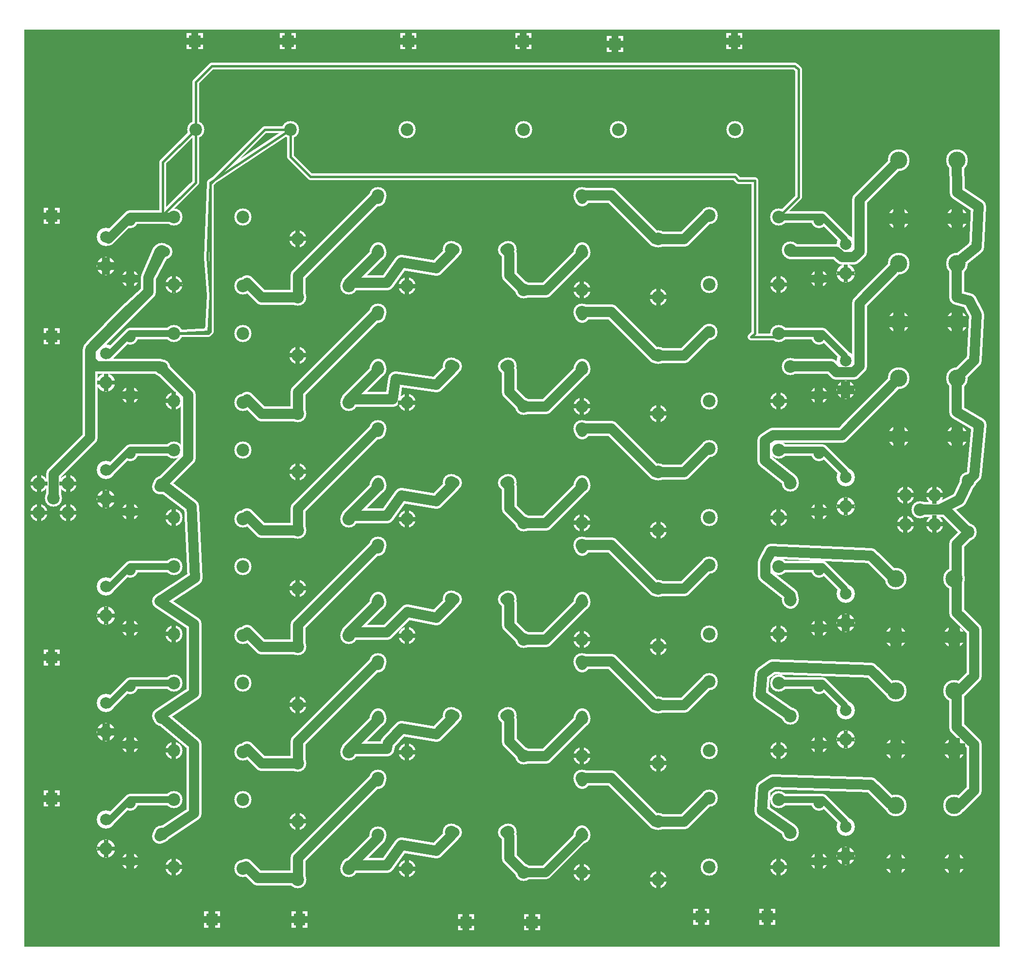
<source format=gbr>
%FSLAX34Y34*%
%MOMM*%
%LNCOPPER_BOTTOM*%
G71*
G01*
%ADD10C,3.000*%
%ADD11C,3.000*%
%ADD12C,2.900*%
%ADD13C,3.200*%
%ADD14C,2.700*%
%ADD15C,2.800*%
%ADD16C,2.900*%
%ADD17C,3.000*%
%ADD18C,3.000*%
%ADD19C,2.400*%
%ADD20C,2.600*%
%ADD21C,2.000*%
%ADD22C,1.200*%
%ADD23C,3.800*%
%ADD24C,0.733*%
%ADD25C,0.700*%
%ADD26C,1.380*%
%ADD27C,1.193*%
%ADD28C,1.364*%
%ADD29C,1.173*%
%ADD30C,1.269*%
%ADD31C,1.591*%
%ADD32C,1.298*%
%ADD33C,1.920*%
%ADD34C,2.200*%
%ADD35C,0.144*%
%ADD36C,2.200*%
%ADD37C,2.100*%
%ADD38C,2.000*%
%ADD39C,1.900*%
%ADD40C,2.100*%
%ADD41C,2.200*%
%ADD42C,2.200*%
%ADD43C,1.600*%
%ADD44C,1.800*%
%ADD45C,0.400*%
%ADD46C,4.300*%
%ADD47C,3.000*%
%LPD*%
G36*
X-843200Y384050D02*
X856800Y384050D01*
X856800Y-1215950D01*
X-843200Y-1215950D01*
X-843200Y384050D01*
G37*
%LPC*%
X-366950Y19050D02*
G54D10*
D03*
X-366950Y-82550D02*
G54D10*
D03*
X-227250Y-5000D02*
G54D11*
D03*
X-227250Y93900D02*
G54D11*
D03*
X-176450Y-63500D02*
G54D10*
D03*
X-278050Y-63500D02*
G54D10*
D03*
X-98900Y0D02*
G54D11*
D03*
X0Y0D02*
G54D11*
D03*
X128350Y-69850D02*
G54D10*
D03*
X26750Y-69850D02*
G54D10*
D03*
X128350Y-5000D02*
G54D11*
D03*
X128350Y93900D02*
G54D11*
D03*
X261700Y19050D02*
G54D10*
D03*
X261700Y-82550D02*
G54D10*
D03*
X-462200Y-63500D02*
G54D11*
D03*
X-582850Y-60326D02*
G54D11*
D03*
X-462200Y57150D02*
G54D11*
D03*
X-582850Y57150D02*
G54D11*
D03*
X-603962Y-3175D02*
G54D11*
D03*
X350460Y59801D02*
G54D11*
D03*
X471110Y56627D02*
G54D11*
D03*
X350460Y-60849D02*
G54D11*
D03*
X471110Y-60849D02*
G54D11*
D03*
X492222Y-524D02*
G54D11*
D03*
X-366950Y19050D02*
G54D11*
D03*
X-176450Y-63500D02*
G54D11*
D03*
X128350Y-69850D02*
G54D11*
D03*
X261700Y-82550D02*
G54D11*
D03*
X-582850Y-60326D02*
G54D12*
D03*
X-700842Y-28488D02*
G54D13*
D03*
X-700954Y22492D02*
G54D13*
D03*
X-658727Y-50520D02*
G54D14*
D03*
X-658727Y51080D02*
G54D14*
D03*
X-658727Y-50520D02*
G54D15*
D03*
X588208Y-41188D02*
G54D13*
D03*
X588096Y9792D02*
G54D13*
D03*
X541423Y-50520D02*
G54D14*
D03*
X541423Y51080D02*
G54D14*
D03*
X541423Y-50520D02*
G54D15*
D03*
X-658727Y-50520D02*
G54D11*
D03*
X-700842Y-28488D02*
G54D11*
D03*
X541423Y-50520D02*
G54D11*
D03*
X588208Y-41188D02*
G54D11*
D03*
X-366950Y-184150D02*
G54D10*
D03*
X-366950Y-285750D02*
G54D10*
D03*
X-227250Y-208200D02*
G54D11*
D03*
X-227250Y-109300D02*
G54D11*
D03*
X-176450Y-266700D02*
G54D10*
D03*
X-278050Y-266700D02*
G54D10*
D03*
X-98900Y-203200D02*
G54D11*
D03*
X0Y-203200D02*
G54D11*
D03*
X128350Y-273050D02*
G54D10*
D03*
X26750Y-273050D02*
G54D10*
D03*
X128350Y-208200D02*
G54D11*
D03*
X128350Y-109300D02*
G54D11*
D03*
X261700Y-184150D02*
G54D10*
D03*
X261700Y-285750D02*
G54D10*
D03*
X-462200Y-266700D02*
G54D11*
D03*
X-582850Y-263526D02*
G54D11*
D03*
X-462200Y-146050D02*
G54D11*
D03*
X-582850Y-146050D02*
G54D11*
D03*
X-603962Y-206375D02*
G54D11*
D03*
X350460Y-143399D02*
G54D16*
D03*
X471110Y-146573D02*
G54D11*
D03*
X350460Y-264049D02*
G54D11*
D03*
X471110Y-264049D02*
G54D11*
D03*
X492223Y-203724D02*
G54D11*
D03*
X-366950Y-184150D02*
G54D11*
D03*
X-176450Y-266700D02*
G54D11*
D03*
X128350Y-273050D02*
G54D11*
D03*
X261700Y-285750D02*
G54D11*
D03*
X-582850Y-263526D02*
G54D17*
D03*
X-700842Y-231688D02*
G54D13*
D03*
X-700954Y-180708D02*
G54D13*
D03*
X-658727Y-253720D02*
G54D14*
D03*
X-658727Y-152120D02*
G54D14*
D03*
X-658727Y-253720D02*
G54D15*
D03*
X588208Y-244388D02*
G54D13*
D03*
X588096Y-193408D02*
G54D13*
D03*
X541423Y-253720D02*
G54D14*
D03*
X541423Y-152120D02*
G54D14*
D03*
X541423Y-253720D02*
G54D15*
D03*
X-658727Y-253720D02*
G54D11*
D03*
X-700842Y-231688D02*
G54D11*
D03*
X541423Y-253720D02*
G54D11*
D03*
X588208Y-244388D02*
G54D11*
D03*
X-366950Y-387350D02*
G54D10*
D03*
X-366950Y-488950D02*
G54D10*
D03*
X-227250Y-411400D02*
G54D11*
D03*
X-227250Y-312500D02*
G54D11*
D03*
X-176450Y-469900D02*
G54D10*
D03*
X-278050Y-469900D02*
G54D10*
D03*
X-98900Y-406400D02*
G54D11*
D03*
X0Y-406400D02*
G54D11*
D03*
X128350Y-476250D02*
G54D10*
D03*
X26750Y-476250D02*
G54D10*
D03*
X128350Y-411400D02*
G54D11*
D03*
X128350Y-312500D02*
G54D11*
D03*
X261700Y-387350D02*
G54D10*
D03*
X261700Y-488950D02*
G54D10*
D03*
X-462200Y-469900D02*
G54D11*
D03*
X-582850Y-466726D02*
G54D11*
D03*
X-462200Y-349250D02*
G54D11*
D03*
X-582850Y-349250D02*
G54D11*
D03*
X-603962Y-409575D02*
G54D11*
D03*
X350460Y-346599D02*
G54D11*
D03*
X471110Y-349773D02*
G54D11*
D03*
X350460Y-467249D02*
G54D11*
D03*
X471110Y-467249D02*
G54D11*
D03*
X492223Y-406924D02*
G54D11*
D03*
X-366950Y-387350D02*
G54D11*
D03*
X-176450Y-469900D02*
G54D11*
D03*
X128350Y-476250D02*
G54D11*
D03*
X261700Y-488950D02*
G54D11*
D03*
X-582850Y-466726D02*
G54D17*
D03*
X-700842Y-434888D02*
G54D13*
D03*
X-700954Y-383908D02*
G54D13*
D03*
X-658727Y-456920D02*
G54D14*
D03*
X-658727Y-355320D02*
G54D14*
D03*
X-658727Y-456920D02*
G54D15*
D03*
X588208Y-447588D02*
G54D13*
D03*
X588096Y-396608D02*
G54D13*
D03*
X541423Y-456920D02*
G54D14*
D03*
X541423Y-355320D02*
G54D14*
D03*
X541423Y-456920D02*
G54D15*
D03*
X-658727Y-456920D02*
G54D11*
D03*
X-700842Y-434888D02*
G54D11*
D03*
X541423Y-456920D02*
G54D11*
D03*
X588208Y-447588D02*
G54D11*
D03*
X-366950Y-590550D02*
G54D10*
D03*
X-366950Y-692150D02*
G54D10*
D03*
X-227250Y-614600D02*
G54D11*
D03*
X-227250Y-515700D02*
G54D11*
D03*
X-176450Y-673100D02*
G54D10*
D03*
X-278050Y-673100D02*
G54D10*
D03*
X-98900Y-609600D02*
G54D11*
D03*
X0Y-609600D02*
G54D11*
D03*
X128350Y-679450D02*
G54D10*
D03*
X26750Y-679450D02*
G54D10*
D03*
X128350Y-614600D02*
G54D11*
D03*
X128350Y-515700D02*
G54D11*
D03*
X261700Y-590550D02*
G54D10*
D03*
X261700Y-692150D02*
G54D10*
D03*
X-462200Y-673100D02*
G54D11*
D03*
X-582850Y-669926D02*
G54D11*
D03*
X-462200Y-552450D02*
G54D11*
D03*
X-582850Y-552450D02*
G54D11*
D03*
X-603962Y-612775D02*
G54D11*
D03*
X350460Y-549798D02*
G54D11*
D03*
X471110Y-552973D02*
G54D11*
D03*
X350460Y-670449D02*
G54D11*
D03*
X471110Y-670449D02*
G54D11*
D03*
X492223Y-610124D02*
G54D11*
D03*
X-366950Y-590550D02*
G54D11*
D03*
X-176450Y-673100D02*
G54D11*
D03*
X128350Y-679450D02*
G54D11*
D03*
X261700Y-692150D02*
G54D11*
D03*
X-582850Y-669926D02*
G54D17*
D03*
X-700842Y-638088D02*
G54D13*
D03*
X-700954Y-587108D02*
G54D13*
D03*
X-658727Y-660120D02*
G54D14*
D03*
X-658727Y-558520D02*
G54D14*
D03*
X-658727Y-660120D02*
G54D15*
D03*
X588208Y-650788D02*
G54D13*
D03*
X588096Y-599808D02*
G54D13*
D03*
X541423Y-660120D02*
G54D14*
D03*
X541423Y-558520D02*
G54D14*
D03*
X541423Y-660120D02*
G54D15*
D03*
X-658727Y-660120D02*
G54D11*
D03*
X-700842Y-638088D02*
G54D11*
D03*
X541423Y-660120D02*
G54D11*
D03*
X588208Y-650788D02*
G54D11*
D03*
X-366950Y-793750D02*
G54D10*
D03*
X-366950Y-895350D02*
G54D10*
D03*
X-227250Y-817800D02*
G54D11*
D03*
X-227250Y-718900D02*
G54D11*
D03*
X-176450Y-876300D02*
G54D10*
D03*
X-278050Y-876300D02*
G54D10*
D03*
X-98900Y-812800D02*
G54D11*
D03*
X0Y-812800D02*
G54D11*
D03*
X128350Y-882650D02*
G54D10*
D03*
X26750Y-882650D02*
G54D10*
D03*
X128350Y-817800D02*
G54D11*
D03*
X128350Y-718900D02*
G54D11*
D03*
X261700Y-793750D02*
G54D10*
D03*
X261700Y-895350D02*
G54D10*
D03*
X-462200Y-876300D02*
G54D11*
D03*
X-582850Y-873126D02*
G54D11*
D03*
X-462200Y-755650D02*
G54D11*
D03*
X-582850Y-755650D02*
G54D11*
D03*
X-603962Y-815975D02*
G54D11*
D03*
X350460Y-752998D02*
G54D11*
D03*
X471110Y-756173D02*
G54D11*
D03*
X350460Y-873649D02*
G54D11*
D03*
X471110Y-873649D02*
G54D11*
D03*
X492223Y-813324D02*
G54D11*
D03*
X-366950Y-793750D02*
G54D11*
D03*
X-176450Y-876300D02*
G54D11*
D03*
X128350Y-882650D02*
G54D11*
D03*
X261700Y-895350D02*
G54D11*
D03*
X-582850Y-873126D02*
G54D17*
D03*
X-700842Y-841288D02*
G54D13*
D03*
X-700954Y-790308D02*
G54D13*
D03*
X-658727Y-863320D02*
G54D14*
D03*
X-658727Y-761720D02*
G54D14*
D03*
X-658727Y-863320D02*
G54D15*
D03*
X588208Y-853988D02*
G54D13*
D03*
X588096Y-803008D02*
G54D13*
D03*
X541423Y-863320D02*
G54D14*
D03*
X541423Y-761720D02*
G54D14*
D03*
X541423Y-863320D02*
G54D15*
D03*
X-658727Y-863320D02*
G54D11*
D03*
X-700842Y-841288D02*
G54D11*
D03*
X541423Y-863320D02*
G54D11*
D03*
X588208Y-853988D02*
G54D11*
D03*
X-366950Y-996950D02*
G54D10*
D03*
X-366950Y-1098550D02*
G54D10*
D03*
X-227250Y-1021000D02*
G54D11*
D03*
X-227250Y-922100D02*
G54D11*
D03*
X-176450Y-1079500D02*
G54D10*
D03*
X-278050Y-1079500D02*
G54D10*
D03*
X-98900Y-1016000D02*
G54D11*
D03*
X0Y-1016000D02*
G54D11*
D03*
X128350Y-1085850D02*
G54D10*
D03*
X26750Y-1085850D02*
G54D10*
D03*
X128350Y-1021000D02*
G54D11*
D03*
X128350Y-922100D02*
G54D11*
D03*
X261700Y-996950D02*
G54D10*
D03*
X261700Y-1098550D02*
G54D10*
D03*
X-462200Y-1079500D02*
G54D11*
D03*
X-582850Y-1076326D02*
G54D11*
D03*
X-462200Y-958850D02*
G54D11*
D03*
X-582850Y-958850D02*
G54D11*
D03*
X-603962Y-1019175D02*
G54D11*
D03*
X350460Y-956198D02*
G54D11*
D03*
X471110Y-959373D02*
G54D11*
D03*
X350460Y-1076849D02*
G54D11*
D03*
X471110Y-1076849D02*
G54D11*
D03*
X492223Y-1016524D02*
G54D11*
D03*
X-366950Y-996950D02*
G54D11*
D03*
X-176450Y-1079500D02*
G54D11*
D03*
X128350Y-1085850D02*
G54D11*
D03*
X261700Y-1098550D02*
G54D11*
D03*
X-582850Y-1076326D02*
G54D17*
D03*
X-700842Y-1044488D02*
G54D13*
D03*
X-700954Y-993508D02*
G54D13*
D03*
X-658727Y-1066520D02*
G54D14*
D03*
X-658727Y-964920D02*
G54D14*
D03*
X-658727Y-1066520D02*
G54D15*
D03*
X588208Y-1057188D02*
G54D13*
D03*
X588096Y-1006208D02*
G54D13*
D03*
X541423Y-1066520D02*
G54D14*
D03*
X541423Y-964920D02*
G54D14*
D03*
X541423Y-1066520D02*
G54D15*
D03*
X-658727Y-1066520D02*
G54D11*
D03*
X-700842Y-1044488D02*
G54D11*
D03*
X541423Y-1066520D02*
G54D11*
D03*
X588208Y-1057188D02*
G54D11*
D03*
X-544750Y209550D02*
G54D18*
D03*
X26750Y209550D02*
G54D18*
D03*
X191850Y209550D02*
G54D18*
D03*
X395050Y209550D02*
G54D18*
D03*
X-379650Y209550D02*
G54D18*
D03*
X-176450Y209550D02*
G54D18*
D03*
G54D19*
X-658727Y51080D02*
X-659050Y57150D01*
X-582850Y57150D01*
G54D20*
X-462200Y-63500D02*
X-455850Y-57150D01*
X-430450Y-82550D01*
X-366950Y-82550D01*
G54D20*
X-227250Y88900D02*
X-227250Y95250D01*
X-366950Y-44450D01*
X-366950Y-82550D01*
G54D20*
X-278050Y-63500D02*
X-278050Y-57150D01*
X-227250Y-6350D01*
X-227250Y0D01*
G54D20*
X-93900Y0D02*
X-125650Y-31750D01*
X-186450Y-21750D01*
X-211850Y-57150D01*
X-278050Y-57150D01*
X-278050Y-63500D01*
G54D20*
X26750Y-69850D02*
X1350Y-44450D01*
X1350Y-6350D01*
X-5000Y0D01*
G54D20*
X128350Y0D02*
X128350Y-6350D01*
X64850Y-69850D01*
X26750Y-69850D01*
G54D20*
X261700Y19050D02*
X255350Y19050D01*
X179150Y95250D01*
X128350Y95250D01*
X128350Y88900D01*
G54D20*
X350460Y59801D02*
X344250Y57150D01*
X306150Y19050D01*
X255350Y19050D01*
X261700Y19050D01*
G54D21*
X541423Y51080D02*
X547450Y57150D01*
X471250Y57150D01*
X471110Y56627D01*
G54D21*
X541423Y51080D02*
X547450Y57150D01*
X585550Y19050D01*
X585550Y6350D01*
X588096Y9792D01*
G54D21*
X541423Y-152120D02*
X547450Y-146050D01*
X471250Y-146050D01*
X471110Y-146573D01*
G54D21*
X541423Y-152120D02*
X547450Y-146050D01*
X585550Y-184150D01*
X585550Y-196850D01*
X588096Y-193408D01*
G54D21*
X541423Y-355320D02*
X547450Y-349250D01*
X471250Y-349250D01*
X471110Y-349773D01*
G54D21*
X541423Y-355320D02*
X547450Y-349250D01*
X585550Y-387350D01*
X585550Y-400050D01*
X588096Y-396608D01*
G54D21*
X541423Y-558520D02*
X547450Y-552450D01*
X471250Y-552450D01*
X471110Y-552973D01*
G54D21*
X541423Y-558520D02*
X547450Y-552450D01*
X585550Y-590550D01*
X585550Y-603250D01*
X588096Y-599808D01*
G54D21*
X541423Y-761720D02*
X547450Y-755650D01*
X471250Y-755650D01*
X471110Y-756173D01*
G54D21*
X541423Y-761720D02*
X547450Y-755650D01*
X585550Y-793750D01*
X585550Y-806450D01*
X588096Y-803008D01*
G54D19*
X-658727Y51080D02*
X-659050Y57150D01*
X-697150Y19050D01*
X-700954Y22492D01*
G54D21*
X-658727Y-152120D02*
X-659050Y-146050D01*
X-697150Y-184150D01*
X-700954Y-180708D01*
G54D21*
X-658727Y-152120D02*
X-659050Y-146050D01*
X-582850Y-146050D01*
G54D20*
X-227250Y-114300D02*
X-227250Y-107950D01*
X-366950Y-247650D01*
X-366950Y-285750D01*
G54D20*
X-462200Y-266700D02*
X-455850Y-260350D01*
X-430450Y-285750D01*
X-366950Y-285750D01*
G54D20*
X-278050Y-266700D02*
X-278050Y-260350D01*
X-227250Y-209550D01*
X-227250Y-203200D01*
G54D20*
X-93900Y-203200D02*
X-125650Y-234950D01*
X-196450Y-224950D01*
X-201850Y-260350D01*
X-278050Y-260350D01*
X-278050Y-266700D01*
G54D20*
X26750Y-273050D02*
X1350Y-247650D01*
X1350Y-209550D01*
X-5000Y-203200D01*
G54D20*
X128350Y-203200D02*
X128350Y-209550D01*
X64850Y-273050D01*
X26750Y-273050D01*
G54D20*
X261700Y-184150D02*
X255350Y-184150D01*
X179150Y-107950D01*
X128350Y-107950D01*
X128350Y-114300D01*
G54D20*
X261700Y-387350D02*
X255350Y-387350D01*
X179150Y-311150D01*
X128350Y-311150D01*
X128350Y-317500D01*
G54D21*
X-658727Y-355320D02*
X-659050Y-349250D01*
X-582850Y-349250D01*
G54D21*
X-658727Y-355320D02*
X-659050Y-349250D01*
X-697150Y-387350D01*
X-700954Y-383908D01*
G54D20*
X-462200Y-469900D02*
X-455850Y-463550D01*
X-430450Y-488950D01*
X-366950Y-488950D01*
G54D20*
X-227250Y-317500D02*
X-227250Y-311150D01*
X-366950Y-450850D01*
X-366950Y-488950D01*
G54D20*
X-278050Y-469900D02*
X-278050Y-463550D01*
X-227250Y-412750D01*
X-227250Y-406400D01*
G54D20*
X-93900Y-406400D02*
X-125650Y-438150D01*
X-186450Y-428150D01*
X-211850Y-463550D01*
X-278050Y-463550D01*
X-278050Y-469900D01*
G54D20*
X26750Y-476250D02*
X1350Y-450850D01*
X1350Y-412750D01*
X-5000Y-406400D01*
G54D20*
X128350Y-406400D02*
X128350Y-412750D01*
X64850Y-476250D01*
X26750Y-476250D01*
G54D20*
X350460Y-346599D02*
X344250Y-349250D01*
X306150Y-387350D01*
X255350Y-387350D01*
X261700Y-387350D01*
G54D20*
X350460Y-549799D02*
X344250Y-552450D01*
X306150Y-590550D01*
X255350Y-590550D01*
X261700Y-590550D01*
G54D20*
X261700Y-590550D02*
X255350Y-590550D01*
X179150Y-514350D01*
X128350Y-514350D01*
X128350Y-520700D01*
G54D20*
X128350Y-609600D02*
X128350Y-615950D01*
X64850Y-679450D01*
X26750Y-679450D01*
G54D20*
X26750Y-679450D02*
X1350Y-654050D01*
X1350Y-615950D01*
X-5000Y-609600D01*
G54D20*
X-93900Y-609600D02*
X-125650Y-641350D01*
X-176450Y-631350D01*
X-211850Y-666750D01*
X-278050Y-666750D01*
X-278050Y-673100D01*
G54D20*
X-278050Y-673100D02*
X-278050Y-666750D01*
X-227250Y-615950D01*
X-227250Y-609600D01*
G54D20*
X-227250Y-520700D02*
X-227250Y-514350D01*
X-366950Y-654050D01*
X-366950Y-692150D01*
G54D21*
X-658727Y-558520D02*
X-659050Y-552450D01*
X-582850Y-552450D01*
G54D21*
X-658727Y-558520D02*
X-659050Y-552450D01*
X-697150Y-590550D01*
X-700954Y-587108D01*
G54D21*
X-658727Y-761720D02*
X-659050Y-755650D01*
X-697150Y-793750D01*
X-700954Y-790308D01*
G54D21*
X-658727Y-761720D02*
X-659050Y-755650D01*
X-582850Y-755650D01*
G54D20*
X-462200Y-673100D02*
X-455850Y-666750D01*
X-430450Y-692150D01*
X-366950Y-692150D01*
G54D20*
X-227250Y-723900D02*
X-227250Y-717550D01*
X-366950Y-857250D01*
X-366950Y-895350D01*
G54D20*
X-462200Y-876300D02*
X-455850Y-869950D01*
X-430450Y-895350D01*
X-366950Y-895350D01*
G54D20*
X-278050Y-876300D02*
X-278050Y-869950D01*
X-227250Y-819150D01*
X-227250Y-812800D01*
G54D20*
X-93900Y-812800D02*
X-125650Y-844550D01*
X-186450Y-834550D01*
X-210000Y-860000D01*
X-211850Y-869950D01*
X-278050Y-869950D01*
X-278050Y-876300D01*
G54D20*
X26750Y-882650D02*
X1350Y-857250D01*
X1350Y-819150D01*
X-5000Y-812800D01*
G54D20*
X128350Y-812800D02*
X128350Y-819150D01*
X64850Y-882650D01*
X26750Y-882650D01*
G54D20*
X261700Y-793750D02*
X255350Y-793750D01*
X179150Y-717550D01*
X128350Y-717550D01*
X128350Y-723900D01*
G54D20*
X350460Y-752999D02*
X344250Y-755650D01*
X306150Y-793750D01*
X255350Y-793750D01*
X261700Y-793750D01*
G54D20*
X350460Y-956199D02*
X344250Y-958850D01*
X306150Y-996950D01*
X255350Y-996950D01*
X261700Y-996950D01*
G54D20*
X261700Y-996950D02*
X255350Y-996950D01*
X179150Y-920750D01*
X128350Y-920750D01*
X128350Y-927100D01*
G54D19*
X128350Y-1016000D02*
X128350Y-1022350D01*
X64850Y-1085850D01*
X26750Y-1085850D01*
G54D20*
X26750Y-1085850D02*
X1350Y-1060450D01*
X1350Y-1022350D01*
X-5000Y-1016000D01*
G54D20*
X-93900Y-1016000D02*
X-125650Y-1047750D01*
X-186450Y-1037750D01*
X-211850Y-1073150D01*
X-278050Y-1073150D01*
X-278050Y-1079500D01*
G54D20*
X-227250Y-927100D02*
X-227250Y-920750D01*
X-366950Y-1060450D01*
X-366950Y-1098550D01*
G54D21*
X-658727Y-964920D02*
X-659050Y-958850D01*
X-582850Y-958850D01*
G54D21*
X-658727Y-964920D02*
X-659050Y-958850D01*
X-697150Y-996950D01*
X-700954Y-993508D01*
G54D21*
X541423Y-964920D02*
X547450Y-958850D01*
X471250Y-958850D01*
X471110Y-959373D01*
G54D21*
X541423Y-964920D02*
X547450Y-958850D01*
X585550Y-996950D01*
X585550Y-1009650D01*
X588096Y-1006208D01*
G54D20*
X350460Y-143399D02*
X344250Y-146050D01*
X306150Y-184150D01*
X255350Y-184150D01*
X261700Y-184150D01*
G54D22*
X-544750Y209550D02*
X-544750Y117350D01*
X-601900Y60200D01*
X-601900Y152400D01*
X-544750Y209550D01*
X-544750Y291975D01*
X-516175Y320550D01*
X499825Y320550D01*
X506175Y314200D01*
X506175Y91692D01*
X471110Y56627D01*
G54D22*
X-379650Y209550D02*
X-423975Y209550D01*
X-519350Y114175D01*
X-519350Y-143000D01*
X-522525Y-146175D01*
X-582850Y-146050D01*
X-522525Y-143000D01*
X-519350Y-79500D01*
X-524112Y-14350D01*
X-519350Y117475D01*
X-379650Y209550D01*
X-379650Y161800D01*
X-344725Y126875D01*
X395050Y126875D01*
X401400Y120525D01*
X429975Y120525D01*
X429975Y-146175D01*
X423625Y-152525D01*
X465158Y-152525D01*
X471110Y-146573D01*
X-817825Y-408012D02*
G54D11*
D03*
X-767025Y-408012D02*
G54D11*
D03*
X-792425Y-433412D02*
G54D11*
D03*
X-767025Y-458812D02*
G54D11*
D03*
X-817825Y-458812D02*
G54D11*
D03*
G54D20*
X-792425Y-433412D02*
X-792400Y-428750D01*
X-792400Y-390650D01*
X-728900Y-327150D01*
X-728900Y-174750D01*
X-627300Y-73150D01*
X-627300Y-47750D01*
X-603962Y-3175D01*
X-598962Y-3175D01*
X-603962Y-3175D01*
G36*
X-560200Y377550D02*
X-532200Y377550D01*
X-532200Y349550D01*
X-560200Y349550D01*
X-560200Y377550D01*
G37*
G36*
X-397800Y377550D02*
X-369800Y377550D01*
X-369800Y349550D01*
X-397800Y349550D01*
X-397800Y377550D01*
G37*
G36*
X380200Y377550D02*
X408200Y377550D01*
X408200Y349550D01*
X380200Y349550D01*
X380200Y377550D01*
G37*
G36*
X-530200Y-1154150D02*
X-502200Y-1154150D01*
X-502200Y-1182150D01*
X-530200Y-1182150D01*
X-530200Y-1154150D01*
G37*
G36*
X-377800Y-1154150D02*
X-349800Y-1154150D01*
X-349800Y-1182150D01*
X-377800Y-1182150D01*
X-377800Y-1154150D01*
G37*
G36*
X322600Y-1149150D02*
X350600Y-1149150D01*
X350600Y-1177150D01*
X322600Y-1177150D01*
X322600Y-1149150D01*
G37*
G36*
X-809600Y-943250D02*
X-781600Y-943250D01*
X-781600Y-971250D01*
X-809600Y-971250D01*
X-809600Y-943250D01*
G37*
G36*
X-809600Y72750D02*
X-781600Y72750D01*
X-781600Y44750D01*
X-809600Y44750D01*
X-809600Y72750D01*
G37*
X-700842Y-28488D02*
G54D11*
D03*
X-700842Y-434889D02*
G54D11*
D03*
X-700842Y-841288D02*
G54D11*
D03*
X588208Y-244388D02*
G54D11*
D03*
X588208Y-650789D02*
G54D11*
D03*
X588208Y-1057189D02*
G54D11*
D03*
G36*
X437600Y-1149150D02*
X465600Y-1149150D01*
X465600Y-1177150D01*
X437600Y-1177150D01*
X437600Y-1149150D01*
G37*
X680800Y155900D02*
G54D23*
D03*
X782400Y155900D02*
G54D11*
D03*
X782400Y155900D02*
G54D23*
D03*
X680800Y155900D02*
G54D23*
D03*
X680800Y54300D02*
G54D11*
D03*
X680800Y54300D02*
G54D23*
D03*
X782400Y155900D02*
G54D23*
D03*
X782400Y54300D02*
G54D11*
D03*
X782400Y54300D02*
G54D23*
D03*
X680800Y54300D02*
G54D23*
D03*
X782400Y54300D02*
G54D23*
D03*
X680800Y-24100D02*
G54D23*
D03*
X782400Y-24100D02*
G54D11*
D03*
X782400Y-24100D02*
G54D23*
D03*
X680800Y-24100D02*
G54D23*
D03*
X680800Y-125700D02*
G54D11*
D03*
X680800Y-125700D02*
G54D23*
D03*
X782400Y-24100D02*
G54D23*
D03*
X782400Y-125700D02*
G54D11*
D03*
X782400Y-125700D02*
G54D23*
D03*
X680800Y-125700D02*
G54D23*
D03*
X782400Y-125700D02*
G54D23*
D03*
X680800Y-224100D02*
G54D23*
D03*
X782400Y-224100D02*
G54D11*
D03*
X782400Y-224100D02*
G54D23*
D03*
X680800Y-224100D02*
G54D23*
D03*
X680800Y-325700D02*
G54D11*
D03*
X680800Y-325700D02*
G54D23*
D03*
X782400Y-224100D02*
G54D23*
D03*
X782400Y-325700D02*
G54D11*
D03*
X782400Y-325700D02*
G54D23*
D03*
X680800Y-325700D02*
G54D23*
D03*
X782400Y-325700D02*
G54D23*
D03*
X675800Y-574100D02*
G54D23*
D03*
X777400Y-574100D02*
G54D11*
D03*
X777400Y-574100D02*
G54D23*
D03*
X675800Y-574100D02*
G54D23*
D03*
X675800Y-675700D02*
G54D11*
D03*
X675800Y-675700D02*
G54D23*
D03*
X777400Y-574100D02*
G54D23*
D03*
X777400Y-675700D02*
G54D11*
D03*
X777400Y-675700D02*
G54D23*
D03*
X675800Y-675700D02*
G54D23*
D03*
X777400Y-675700D02*
G54D23*
D03*
X675800Y-769100D02*
G54D23*
D03*
X777400Y-769100D02*
G54D11*
D03*
X777400Y-769100D02*
G54D23*
D03*
X675800Y-769100D02*
G54D23*
D03*
X675800Y-870700D02*
G54D11*
D03*
X675800Y-870700D02*
G54D23*
D03*
X777400Y-769100D02*
G54D23*
D03*
X777400Y-870700D02*
G54D11*
D03*
X777400Y-870700D02*
G54D23*
D03*
X675800Y-870700D02*
G54D23*
D03*
X777400Y-870700D02*
G54D23*
D03*
X675800Y-969100D02*
G54D23*
D03*
X777400Y-969100D02*
G54D11*
D03*
X777400Y-969100D02*
G54D23*
D03*
X675800Y-969100D02*
G54D23*
D03*
X675800Y-1070700D02*
G54D11*
D03*
X675800Y-1070700D02*
G54D23*
D03*
X777400Y-969100D02*
G54D23*
D03*
X777400Y-1070700D02*
G54D11*
D03*
X777400Y-1070700D02*
G54D23*
D03*
X675800Y-1070700D02*
G54D23*
D03*
X777400Y-1070700D02*
G54D23*
D03*
X692175Y-428012D02*
G54D11*
D03*
X742975Y-428012D02*
G54D11*
D03*
X717575Y-453412D02*
G54D11*
D03*
X742975Y-478812D02*
G54D11*
D03*
X692175Y-478812D02*
G54D11*
D03*
X801750Y-402850D02*
G54D11*
D03*
X801750Y-492850D02*
G54D11*
D03*
G54D20*
X680800Y155900D02*
X681750Y157150D01*
X611750Y87150D01*
X611750Y-2850D01*
X601750Y-12850D01*
X581750Y-12850D01*
X571750Y-2850D01*
X491750Y-2850D01*
X492222Y-524D01*
G54D20*
X680800Y-24100D02*
X681750Y-22850D01*
X611750Y-92850D01*
X611750Y-202850D01*
X601750Y-212850D01*
X571750Y-212850D01*
X561750Y-202850D01*
X491750Y-202850D01*
X492223Y-203724D01*
G54D20*
X680800Y-224100D02*
X681750Y-222850D01*
X581750Y-322850D01*
X461750Y-322850D01*
X446988Y-332850D01*
X446988Y-367612D01*
X491750Y-402850D01*
X492223Y-406924D01*
G54D20*
X675800Y-574100D02*
X671750Y-572850D01*
X631750Y-532850D01*
X457781Y-525706D01*
X447781Y-545231D01*
X447781Y-567612D01*
X491750Y-602850D01*
X491750Y-612850D01*
X492223Y-610124D01*
G54D20*
X675800Y-769100D02*
X671750Y-772850D01*
X631750Y-732850D01*
X460162Y-727294D01*
X443019Y-739675D01*
X439050Y-776025D01*
X491750Y-812850D01*
X492223Y-813324D01*
G54D20*
X675800Y-969100D02*
X671750Y-972850D01*
X631750Y-932850D01*
X461750Y-928088D01*
X444606Y-938881D01*
X442225Y-978406D01*
X491750Y-1012850D01*
X492223Y-1016524D01*
G54D20*
X782400Y-24100D02*
X781750Y-22850D01*
X815719Y5562D01*
X819688Y75881D01*
X782544Y100325D01*
X781750Y157150D01*
X782400Y155900D01*
G54D20*
X782400Y-224100D02*
X781750Y-222850D01*
X811750Y-192850D01*
X815719Y-113644D01*
X803275Y-88900D01*
X781750Y-82850D01*
X781750Y-22850D01*
X782400Y-24100D01*
G54D20*
X801750Y-402850D02*
X811750Y-392850D01*
X820481Y-305706D01*
X781750Y-282850D01*
X781750Y-222850D01*
X782400Y-224100D01*
G54D20*
X801750Y-402850D02*
X785812Y-435769D01*
X751750Y-452850D01*
X721750Y-452850D01*
X717575Y-453412D01*
G54D20*
X801750Y-492850D02*
X761750Y-452850D01*
X721750Y-452850D01*
X717575Y-453412D01*
G54D20*
X801750Y-492850D02*
X781750Y-512850D01*
X781750Y-572850D01*
X777400Y-574100D01*
G54D20*
X777400Y-769100D02*
X781750Y-772850D01*
X811750Y-742850D01*
X811750Y-662850D01*
X781750Y-632850D01*
X781750Y-572850D01*
X777400Y-574100D01*
G54D20*
X777400Y-969100D02*
X781750Y-972850D01*
X811750Y-942850D01*
X811750Y-862850D01*
X781750Y-832850D01*
X781750Y-772850D01*
X777400Y-769100D01*
G36*
X-187800Y377550D02*
X-159800Y377550D01*
X-159800Y349550D01*
X-187800Y349550D01*
X-187800Y377550D01*
G37*
G36*
X12200Y377550D02*
X40200Y377550D01*
X40200Y349550D01*
X12200Y349550D01*
X12200Y377550D01*
G37*
G36*
X172200Y372550D02*
X200200Y372550D01*
X200200Y344550D01*
X172200Y344550D01*
X172200Y372550D01*
G37*
G54D20*
X-603962Y-206375D02*
X-608250Y-202850D01*
X-718250Y-202850D01*
X-728250Y-192850D01*
X-728250Y-172850D01*
X-667775Y-110300D01*
X-627300Y-73150D01*
X-627300Y-47750D01*
X-608250Y-2850D01*
X-603962Y-3175D01*
G54D20*
X-603962Y-409575D02*
X-608250Y-412850D01*
X-558250Y-362850D01*
X-558250Y-252850D01*
X-608250Y-202850D01*
X-603962Y-206375D01*
G54D20*
X-603962Y-612775D02*
X-608250Y-612850D01*
X-546344Y-572375D01*
X-551900Y-447294D01*
X-598250Y-412850D01*
X-608250Y-412850D01*
X-603962Y-409575D01*
G54D20*
X-603962Y-815975D02*
X-608250Y-812850D01*
X-548250Y-772850D01*
X-548250Y-652850D01*
X-608250Y-612850D01*
X-603962Y-612775D01*
G54D20*
X-603962Y-1019175D02*
X-608250Y-1022850D01*
X-548250Y-982850D01*
X-548250Y-862850D01*
X-608250Y-812850D01*
X-603962Y-815975D01*
G36*
X-87400Y-1159150D02*
X-59400Y-1159150D01*
X-59400Y-1187150D01*
X-87400Y-1187150D01*
X-87400Y-1159150D01*
G37*
G36*
X27600Y-1159150D02*
X55600Y-1159150D01*
X55600Y-1187150D01*
X27600Y-1187150D01*
X27600Y-1159150D01*
G37*
G36*
X-809600Y-137250D02*
X-781600Y-137250D01*
X-781600Y-165250D01*
X-809600Y-165250D01*
X-809600Y-137250D01*
G37*
G36*
X-809600Y-697250D02*
X-781600Y-697250D01*
X-781600Y-725250D01*
X-809600Y-725250D01*
X-809600Y-697250D01*
G37*
G54D20*
X-462200Y-1079500D02*
X-457250Y-1075000D01*
X-437250Y-1095000D01*
X-367250Y-1095000D01*
X-366950Y-1098550D01*
G54D20*
X-278050Y-1079500D02*
X-277250Y-1075000D01*
X-227250Y-1025000D01*
X-227250Y-1021000D01*
%LPD*%
G54D24*
G36*
X467443Y-60849D02*
X467443Y-45349D01*
X474777Y-45349D01*
X474777Y-60849D01*
X467443Y-60849D01*
G37*
G36*
X471110Y-57182D02*
X486610Y-57182D01*
X486610Y-64516D01*
X471110Y-64516D01*
X471110Y-57182D01*
G37*
G36*
X474777Y-60849D02*
X474777Y-76349D01*
X467443Y-76349D01*
X467443Y-60849D01*
X474777Y-60849D01*
G37*
G36*
X471110Y-64516D02*
X455610Y-64516D01*
X455610Y-57182D01*
X471110Y-57182D01*
X471110Y-64516D01*
G37*
G54D24*
G36*
X-370617Y19050D02*
X-370617Y34550D01*
X-363283Y34550D01*
X-363283Y19050D01*
X-370617Y19050D01*
G37*
G36*
X-366950Y22717D02*
X-351450Y22717D01*
X-351450Y15383D01*
X-366950Y15383D01*
X-366950Y22717D01*
G37*
G36*
X-363283Y19050D02*
X-363283Y3550D01*
X-370617Y3550D01*
X-370617Y19050D01*
X-363283Y19050D01*
G37*
G36*
X-366950Y15383D02*
X-382450Y15383D01*
X-382450Y22717D01*
X-366950Y22717D01*
X-366950Y15383D01*
G37*
G54D24*
G36*
X-180117Y-63500D02*
X-180117Y-48000D01*
X-172783Y-48000D01*
X-172783Y-63500D01*
X-180117Y-63500D01*
G37*
G36*
X-176450Y-59833D02*
X-160950Y-59833D01*
X-160950Y-67167D01*
X-176450Y-67167D01*
X-176450Y-59833D01*
G37*
G36*
X-172783Y-63500D02*
X-172783Y-79000D01*
X-180117Y-79000D01*
X-180117Y-63500D01*
X-172783Y-63500D01*
G37*
G36*
X-176450Y-67167D02*
X-191950Y-67167D01*
X-191950Y-59833D01*
X-176450Y-59833D01*
X-176450Y-67167D01*
G37*
G54D24*
G36*
X124683Y-69850D02*
X124683Y-54350D01*
X132017Y-54350D01*
X132017Y-69850D01*
X124683Y-69850D01*
G37*
G36*
X128350Y-66183D02*
X143850Y-66183D01*
X143850Y-73517D01*
X128350Y-73517D01*
X128350Y-66183D01*
G37*
G36*
X132017Y-69850D02*
X132017Y-85350D01*
X124683Y-85350D01*
X124683Y-69850D01*
X132017Y-69850D01*
G37*
G36*
X128350Y-73517D02*
X112850Y-73517D01*
X112850Y-66183D01*
X128350Y-66183D01*
X128350Y-73517D01*
G37*
G54D24*
G36*
X258033Y-82550D02*
X258033Y-67050D01*
X265367Y-67050D01*
X265367Y-82550D01*
X258033Y-82550D01*
G37*
G36*
X261700Y-78883D02*
X277200Y-78883D01*
X277200Y-86217D01*
X261700Y-86217D01*
X261700Y-78883D01*
G37*
G36*
X265367Y-82550D02*
X265367Y-98050D01*
X258033Y-98050D01*
X258033Y-82550D01*
X265367Y-82550D01*
G37*
G36*
X261700Y-86217D02*
X246200Y-86217D01*
X246200Y-78883D01*
X261700Y-78883D01*
X261700Y-86217D01*
G37*
G54D25*
G36*
X-586350Y-60326D02*
X-586350Y-45326D01*
X-579350Y-45326D01*
X-579350Y-60326D01*
X-586350Y-60326D01*
G37*
G36*
X-582850Y-56826D02*
X-567850Y-56826D01*
X-567850Y-63826D01*
X-582850Y-63826D01*
X-582850Y-56826D01*
G37*
G36*
X-579350Y-60326D02*
X-579350Y-75326D01*
X-586350Y-75326D01*
X-586350Y-60326D01*
X-579350Y-60326D01*
G37*
G36*
X-582850Y-63826D02*
X-597850Y-63826D01*
X-597850Y-56826D01*
X-582850Y-56826D01*
X-582850Y-63826D01*
G37*
G54D26*
G36*
X-658727Y-43620D02*
X-644227Y-43620D01*
X-644227Y-57420D01*
X-658727Y-57420D01*
X-658727Y-43620D01*
G37*
G36*
X-651827Y-50520D02*
X-651827Y-65020D01*
X-665627Y-65020D01*
X-665627Y-50520D01*
X-651827Y-50520D01*
G37*
G36*
X-658727Y-57420D02*
X-673227Y-57420D01*
X-673227Y-43620D01*
X-658727Y-43620D01*
X-658727Y-57420D01*
G37*
G36*
X-665627Y-50520D02*
X-665627Y-36020D01*
X-651827Y-36020D01*
X-651827Y-50520D01*
X-665627Y-50520D01*
G37*
G54D26*
G36*
X541423Y-43620D02*
X555923Y-43620D01*
X555923Y-57420D01*
X541423Y-57420D01*
X541423Y-43620D01*
G37*
G36*
X548323Y-50520D02*
X548323Y-65020D01*
X534523Y-65020D01*
X534523Y-50520D01*
X548323Y-50520D01*
G37*
G36*
X541423Y-57420D02*
X526923Y-57420D01*
X526923Y-43620D01*
X541423Y-43620D01*
X541423Y-57420D01*
G37*
G36*
X534523Y-50520D02*
X534523Y-36020D01*
X548323Y-36020D01*
X548323Y-50520D01*
X534523Y-50520D01*
G37*
G54D24*
G36*
X-662394Y-50520D02*
X-662394Y-35020D01*
X-655060Y-35020D01*
X-655060Y-50520D01*
X-662394Y-50520D01*
G37*
G36*
X-658727Y-46853D02*
X-643227Y-46853D01*
X-643227Y-54186D01*
X-658727Y-54186D01*
X-658727Y-46853D01*
G37*
G36*
X-655060Y-50520D02*
X-655060Y-66020D01*
X-662394Y-66020D01*
X-662394Y-50520D01*
X-655060Y-50520D01*
G37*
G36*
X-658727Y-54186D02*
X-674227Y-54186D01*
X-674227Y-46853D01*
X-658727Y-46853D01*
X-658727Y-54186D01*
G37*
G54D24*
G36*
X-704508Y-28488D02*
X-704508Y-12988D01*
X-697175Y-12988D01*
X-697175Y-28488D01*
X-704508Y-28488D01*
G37*
G36*
X-700842Y-24822D02*
X-685342Y-24822D01*
X-685342Y-32155D01*
X-700842Y-32155D01*
X-700842Y-24822D01*
G37*
G36*
X-697175Y-28488D02*
X-697175Y-43988D01*
X-704508Y-43988D01*
X-704508Y-28488D01*
X-697175Y-28488D01*
G37*
G36*
X-700842Y-32155D02*
X-716342Y-32155D01*
X-716342Y-24822D01*
X-700842Y-24822D01*
X-700842Y-32155D01*
G37*
G54D24*
G36*
X537756Y-50520D02*
X537756Y-35020D01*
X545090Y-35020D01*
X545090Y-50520D01*
X537756Y-50520D01*
G37*
G36*
X541423Y-46853D02*
X556923Y-46853D01*
X556923Y-54186D01*
X541423Y-54186D01*
X541423Y-46853D01*
G37*
G36*
X545090Y-50520D02*
X545090Y-66020D01*
X537756Y-66020D01*
X537756Y-50520D01*
X545090Y-50520D01*
G37*
G36*
X541423Y-54186D02*
X525923Y-54186D01*
X525923Y-46853D01*
X541423Y-46853D01*
X541423Y-54186D01*
G37*
G54D24*
G36*
X584542Y-41188D02*
X584542Y-25688D01*
X591875Y-25688D01*
X591875Y-41188D01*
X584542Y-41188D01*
G37*
G36*
X588208Y-37522D02*
X603708Y-37522D01*
X603708Y-44855D01*
X588208Y-44855D01*
X588208Y-37522D01*
G37*
G36*
X591875Y-41188D02*
X591875Y-56688D01*
X584542Y-56688D01*
X584542Y-41188D01*
X591875Y-41188D01*
G37*
G36*
X588208Y-44855D02*
X572708Y-44855D01*
X572708Y-37522D01*
X588208Y-37522D01*
X588208Y-44855D01*
G37*
G54D24*
G36*
X467443Y-264049D02*
X467443Y-248549D01*
X474777Y-248549D01*
X474777Y-264049D01*
X467443Y-264049D01*
G37*
G36*
X471110Y-260382D02*
X486610Y-260382D01*
X486610Y-267716D01*
X471110Y-267716D01*
X471110Y-260382D01*
G37*
G36*
X474777Y-264049D02*
X474777Y-279549D01*
X467443Y-279549D01*
X467443Y-264049D01*
X474777Y-264049D01*
G37*
G36*
X471110Y-267716D02*
X455610Y-267716D01*
X455610Y-260382D01*
X471110Y-260382D01*
X471110Y-267716D01*
G37*
G54D24*
G36*
X-370617Y-184150D02*
X-370617Y-168650D01*
X-363283Y-168650D01*
X-363283Y-184150D01*
X-370617Y-184150D01*
G37*
G36*
X-366950Y-180483D02*
X-351450Y-180483D01*
X-351450Y-187817D01*
X-366950Y-187817D01*
X-366950Y-180483D01*
G37*
G36*
X-363283Y-184150D02*
X-363283Y-199650D01*
X-370617Y-199650D01*
X-370617Y-184150D01*
X-363283Y-184150D01*
G37*
G36*
X-366950Y-187817D02*
X-382450Y-187817D01*
X-382450Y-180483D01*
X-366950Y-180483D01*
X-366950Y-187817D01*
G37*
G54D24*
G36*
X-180117Y-266700D02*
X-180117Y-251200D01*
X-172783Y-251200D01*
X-172783Y-266700D01*
X-180117Y-266700D01*
G37*
G36*
X-176450Y-263033D02*
X-160950Y-263033D01*
X-160950Y-270367D01*
X-176450Y-270367D01*
X-176450Y-263033D01*
G37*
G36*
X-172783Y-266700D02*
X-172783Y-282200D01*
X-180117Y-282200D01*
X-180117Y-266700D01*
X-172783Y-266700D01*
G37*
G36*
X-176450Y-270367D02*
X-191950Y-270367D01*
X-191950Y-263033D01*
X-176450Y-263033D01*
X-176450Y-270367D01*
G37*
G54D24*
G36*
X124683Y-273050D02*
X124683Y-257550D01*
X132017Y-257550D01*
X132017Y-273050D01*
X124683Y-273050D01*
G37*
G36*
X128350Y-269383D02*
X143850Y-269383D01*
X143850Y-276717D01*
X128350Y-276717D01*
X128350Y-269383D01*
G37*
G36*
X132017Y-273050D02*
X132017Y-288550D01*
X124683Y-288550D01*
X124683Y-273050D01*
X132017Y-273050D01*
G37*
G36*
X128350Y-276717D02*
X112850Y-276717D01*
X112850Y-269383D01*
X128350Y-269383D01*
X128350Y-276717D01*
G37*
G54D24*
G36*
X258033Y-285750D02*
X258033Y-270250D01*
X265367Y-270250D01*
X265367Y-285750D01*
X258033Y-285750D01*
G37*
G36*
X261700Y-282083D02*
X277200Y-282083D01*
X277200Y-289417D01*
X261700Y-289417D01*
X261700Y-282083D01*
G37*
G36*
X265367Y-285750D02*
X265367Y-301250D01*
X258033Y-301250D01*
X258033Y-285750D01*
X265367Y-285750D01*
G37*
G36*
X261700Y-289417D02*
X246200Y-289417D01*
X246200Y-282083D01*
X261700Y-282083D01*
X261700Y-289417D01*
G37*
G54D24*
G36*
X-586517Y-263526D02*
X-586517Y-248026D01*
X-579183Y-248026D01*
X-579183Y-263526D01*
X-586517Y-263526D01*
G37*
G36*
X-579183Y-263526D02*
X-579183Y-279026D01*
X-586517Y-279026D01*
X-586517Y-263526D01*
X-579183Y-263526D01*
G37*
G36*
X-582850Y-267193D02*
X-598350Y-267193D01*
X-598350Y-259859D01*
X-582850Y-259859D01*
X-582850Y-267193D01*
G37*
G54D26*
G36*
X-658727Y-246820D02*
X-644227Y-246820D01*
X-644227Y-260620D01*
X-658727Y-260620D01*
X-658727Y-246820D01*
G37*
G36*
X-651827Y-253720D02*
X-651827Y-268220D01*
X-665627Y-268220D01*
X-665627Y-253720D01*
X-651827Y-253720D01*
G37*
G36*
X-658727Y-260620D02*
X-673227Y-260620D01*
X-673227Y-246820D01*
X-658727Y-246820D01*
X-658727Y-260620D01*
G37*
G36*
X-665627Y-253720D02*
X-665627Y-239220D01*
X-651827Y-239220D01*
X-651827Y-253720D01*
X-665627Y-253720D01*
G37*
G54D26*
G36*
X541423Y-246820D02*
X555923Y-246820D01*
X555923Y-260620D01*
X541423Y-260620D01*
X541423Y-246820D01*
G37*
G36*
X548323Y-253720D02*
X548323Y-268220D01*
X534523Y-268220D01*
X534523Y-253720D01*
X548323Y-253720D01*
G37*
G36*
X541423Y-260620D02*
X526923Y-260620D01*
X526923Y-246820D01*
X541423Y-246820D01*
X541423Y-260620D01*
G37*
G36*
X534523Y-253720D02*
X534523Y-239220D01*
X548323Y-239220D01*
X548323Y-253720D01*
X534523Y-253720D01*
G37*
G54D24*
G36*
X-662394Y-253720D02*
X-662394Y-238220D01*
X-655060Y-238220D01*
X-655060Y-253720D01*
X-662394Y-253720D01*
G37*
G36*
X-658727Y-250053D02*
X-643227Y-250053D01*
X-643227Y-257386D01*
X-658727Y-257386D01*
X-658727Y-250053D01*
G37*
G36*
X-655060Y-253720D02*
X-655060Y-269220D01*
X-662394Y-269220D01*
X-662394Y-253720D01*
X-655060Y-253720D01*
G37*
G36*
X-658727Y-257386D02*
X-674227Y-257386D01*
X-674227Y-250053D01*
X-658727Y-250053D01*
X-658727Y-257386D01*
G37*
G54D24*
G36*
X-704508Y-231688D02*
X-704508Y-216188D01*
X-697175Y-216188D01*
X-697175Y-231688D01*
X-704508Y-231688D01*
G37*
G36*
X-700842Y-228022D02*
X-685342Y-228022D01*
X-685342Y-235355D01*
X-700842Y-235355D01*
X-700842Y-228022D01*
G37*
G36*
X-697175Y-231688D02*
X-697175Y-247188D01*
X-704508Y-247188D01*
X-704508Y-231688D01*
X-697175Y-231688D01*
G37*
G36*
X-700842Y-235355D02*
X-716342Y-235355D01*
X-716342Y-228022D01*
X-700842Y-228022D01*
X-700842Y-235355D01*
G37*
G54D24*
G36*
X537756Y-253720D02*
X537756Y-238220D01*
X545090Y-238220D01*
X545090Y-253720D01*
X537756Y-253720D01*
G37*
G36*
X541423Y-250053D02*
X556923Y-250053D01*
X556923Y-257386D01*
X541423Y-257386D01*
X541423Y-250053D01*
G37*
G36*
X545090Y-253720D02*
X545090Y-269220D01*
X537756Y-269220D01*
X537756Y-253720D01*
X545090Y-253720D01*
G37*
G36*
X541423Y-257386D02*
X525923Y-257386D01*
X525923Y-250053D01*
X541423Y-250053D01*
X541423Y-257386D01*
G37*
G54D24*
G36*
X584542Y-244388D02*
X584542Y-228888D01*
X591875Y-228888D01*
X591875Y-244388D01*
X584542Y-244388D01*
G37*
G36*
X588208Y-240722D02*
X603708Y-240722D01*
X603708Y-248055D01*
X588208Y-248055D01*
X588208Y-240722D01*
G37*
G36*
X591875Y-244388D02*
X591875Y-259888D01*
X584542Y-259888D01*
X584542Y-244388D01*
X591875Y-244388D01*
G37*
G36*
X588208Y-248055D02*
X572708Y-248055D01*
X572708Y-240722D01*
X588208Y-240722D01*
X588208Y-248055D01*
G37*
G54D24*
G36*
X467443Y-467249D02*
X467443Y-451749D01*
X474777Y-451749D01*
X474777Y-467249D01*
X467443Y-467249D01*
G37*
G36*
X471110Y-463582D02*
X486610Y-463582D01*
X486610Y-470916D01*
X471110Y-470916D01*
X471110Y-463582D01*
G37*
G36*
X474777Y-467249D02*
X474777Y-482749D01*
X467443Y-482749D01*
X467443Y-467249D01*
X474777Y-467249D01*
G37*
G36*
X471110Y-470916D02*
X455610Y-470916D01*
X455610Y-463582D01*
X471110Y-463582D01*
X471110Y-470916D01*
G37*
G54D24*
G36*
X-370617Y-387350D02*
X-370617Y-371850D01*
X-363283Y-371850D01*
X-363283Y-387350D01*
X-370617Y-387350D01*
G37*
G36*
X-366950Y-383683D02*
X-351450Y-383683D01*
X-351450Y-391017D01*
X-366950Y-391017D01*
X-366950Y-383683D01*
G37*
G36*
X-363283Y-387350D02*
X-363283Y-402850D01*
X-370617Y-402850D01*
X-370617Y-387350D01*
X-363283Y-387350D01*
G37*
G36*
X-366950Y-391017D02*
X-382450Y-391017D01*
X-382450Y-383683D01*
X-366950Y-383683D01*
X-366950Y-391017D01*
G37*
G54D24*
G36*
X-180117Y-469900D02*
X-180117Y-454400D01*
X-172783Y-454400D01*
X-172783Y-469900D01*
X-180117Y-469900D01*
G37*
G36*
X-176450Y-466233D02*
X-160950Y-466233D01*
X-160950Y-473567D01*
X-176450Y-473567D01*
X-176450Y-466233D01*
G37*
G36*
X-172783Y-469900D02*
X-172783Y-485400D01*
X-180117Y-485400D01*
X-180117Y-469900D01*
X-172783Y-469900D01*
G37*
G36*
X-176450Y-473567D02*
X-191950Y-473567D01*
X-191950Y-466233D01*
X-176450Y-466233D01*
X-176450Y-473567D01*
G37*
G54D24*
G36*
X124683Y-476250D02*
X124683Y-460750D01*
X132017Y-460750D01*
X132017Y-476250D01*
X124683Y-476250D01*
G37*
G36*
X128350Y-472583D02*
X143850Y-472583D01*
X143850Y-479917D01*
X128350Y-479917D01*
X128350Y-472583D01*
G37*
G36*
X132017Y-476250D02*
X132017Y-491750D01*
X124683Y-491750D01*
X124683Y-476250D01*
X132017Y-476250D01*
G37*
G36*
X128350Y-479917D02*
X112850Y-479917D01*
X112850Y-472583D01*
X128350Y-472583D01*
X128350Y-479917D01*
G37*
G54D24*
G36*
X258033Y-488950D02*
X258033Y-473450D01*
X265367Y-473450D01*
X265367Y-488950D01*
X258033Y-488950D01*
G37*
G36*
X261700Y-485283D02*
X277200Y-485283D01*
X277200Y-492617D01*
X261700Y-492617D01*
X261700Y-485283D01*
G37*
G36*
X265367Y-488950D02*
X265367Y-504450D01*
X258033Y-504450D01*
X258033Y-488950D01*
X265367Y-488950D01*
G37*
G36*
X261700Y-492617D02*
X246200Y-492617D01*
X246200Y-485283D01*
X261700Y-485283D01*
X261700Y-492617D01*
G37*
G54D24*
G36*
X-586517Y-466726D02*
X-586517Y-451226D01*
X-579183Y-451226D01*
X-579183Y-466726D01*
X-586517Y-466726D01*
G37*
G36*
X-579183Y-466726D02*
X-579183Y-482226D01*
X-586517Y-482226D01*
X-586517Y-466726D01*
X-579183Y-466726D01*
G37*
G36*
X-582850Y-470393D02*
X-598350Y-470393D01*
X-598350Y-463059D01*
X-582850Y-463059D01*
X-582850Y-470393D01*
G37*
G54D26*
G36*
X-658727Y-450020D02*
X-644227Y-450020D01*
X-644227Y-463820D01*
X-658727Y-463820D01*
X-658727Y-450020D01*
G37*
G36*
X-651827Y-456920D02*
X-651827Y-471420D01*
X-665627Y-471420D01*
X-665627Y-456920D01*
X-651827Y-456920D01*
G37*
G36*
X-658727Y-463820D02*
X-673227Y-463820D01*
X-673227Y-450020D01*
X-658727Y-450020D01*
X-658727Y-463820D01*
G37*
G36*
X-665627Y-456920D02*
X-665627Y-442420D01*
X-651827Y-442420D01*
X-651827Y-456920D01*
X-665627Y-456920D01*
G37*
G54D26*
G36*
X541423Y-450020D02*
X555923Y-450020D01*
X555923Y-463820D01*
X541423Y-463820D01*
X541423Y-450020D01*
G37*
G36*
X548323Y-456920D02*
X548323Y-471420D01*
X534523Y-471420D01*
X534523Y-456920D01*
X548323Y-456920D01*
G37*
G36*
X541423Y-463820D02*
X526923Y-463820D01*
X526923Y-450020D01*
X541423Y-450020D01*
X541423Y-463820D01*
G37*
G36*
X534523Y-456920D02*
X534523Y-442420D01*
X548323Y-442420D01*
X548323Y-456920D01*
X534523Y-456920D01*
G37*
G54D24*
G36*
X-662394Y-456920D02*
X-662394Y-441420D01*
X-655060Y-441420D01*
X-655060Y-456920D01*
X-662394Y-456920D01*
G37*
G36*
X-658727Y-453253D02*
X-643227Y-453253D01*
X-643227Y-460586D01*
X-658727Y-460586D01*
X-658727Y-453253D01*
G37*
G36*
X-655060Y-456920D02*
X-655060Y-472420D01*
X-662394Y-472420D01*
X-662394Y-456920D01*
X-655060Y-456920D01*
G37*
G36*
X-658727Y-460586D02*
X-674227Y-460586D01*
X-674227Y-453253D01*
X-658727Y-453253D01*
X-658727Y-460586D01*
G37*
G54D24*
G36*
X-704508Y-434888D02*
X-704508Y-419388D01*
X-697175Y-419388D01*
X-697175Y-434888D01*
X-704508Y-434888D01*
G37*
G36*
X-700842Y-431222D02*
X-685342Y-431222D01*
X-685342Y-438555D01*
X-700842Y-438555D01*
X-700842Y-431222D01*
G37*
G36*
X-697175Y-434888D02*
X-697175Y-450388D01*
X-704508Y-450388D01*
X-704508Y-434888D01*
X-697175Y-434888D01*
G37*
G36*
X-700842Y-438555D02*
X-716342Y-438555D01*
X-716342Y-431222D01*
X-700842Y-431222D01*
X-700842Y-438555D01*
G37*
G54D24*
G36*
X537756Y-456920D02*
X537756Y-441420D01*
X545090Y-441420D01*
X545090Y-456920D01*
X537756Y-456920D01*
G37*
G36*
X541423Y-453253D02*
X556923Y-453253D01*
X556923Y-460586D01*
X541423Y-460586D01*
X541423Y-453253D01*
G37*
G36*
X545090Y-456920D02*
X545090Y-472420D01*
X537756Y-472420D01*
X537756Y-456920D01*
X545090Y-456920D01*
G37*
G36*
X541423Y-460586D02*
X525923Y-460586D01*
X525923Y-453253D01*
X541423Y-453253D01*
X541423Y-460586D01*
G37*
G54D24*
G36*
X584542Y-447588D02*
X584542Y-432088D01*
X591875Y-432088D01*
X591875Y-447588D01*
X584542Y-447588D01*
G37*
G36*
X588208Y-443922D02*
X603708Y-443922D01*
X603708Y-451255D01*
X588208Y-451255D01*
X588208Y-443922D01*
G37*
G36*
X591875Y-447588D02*
X591875Y-463088D01*
X584542Y-463088D01*
X584542Y-447588D01*
X591875Y-447588D01*
G37*
G36*
X588208Y-451255D02*
X572708Y-451255D01*
X572708Y-443922D01*
X588208Y-443922D01*
X588208Y-451255D01*
G37*
G54D24*
G36*
X467443Y-670449D02*
X467443Y-654949D01*
X474777Y-654949D01*
X474777Y-670449D01*
X467443Y-670449D01*
G37*
G36*
X471110Y-666782D02*
X486610Y-666782D01*
X486610Y-674116D01*
X471110Y-674116D01*
X471110Y-666782D01*
G37*
G36*
X474777Y-670449D02*
X474777Y-685949D01*
X467443Y-685949D01*
X467443Y-670449D01*
X474777Y-670449D01*
G37*
G36*
X471110Y-674116D02*
X455610Y-674116D01*
X455610Y-666782D01*
X471110Y-666782D01*
X471110Y-674116D01*
G37*
G54D24*
G36*
X-370617Y-590550D02*
X-370617Y-575050D01*
X-363283Y-575050D01*
X-363283Y-590550D01*
X-370617Y-590550D01*
G37*
G36*
X-366950Y-586883D02*
X-351450Y-586883D01*
X-351450Y-594217D01*
X-366950Y-594217D01*
X-366950Y-586883D01*
G37*
G36*
X-363283Y-590550D02*
X-363283Y-606050D01*
X-370617Y-606050D01*
X-370617Y-590550D01*
X-363283Y-590550D01*
G37*
G36*
X-366950Y-594217D02*
X-382450Y-594217D01*
X-382450Y-586883D01*
X-366950Y-586883D01*
X-366950Y-594217D01*
G37*
G54D24*
G36*
X-180117Y-673100D02*
X-180117Y-657600D01*
X-172783Y-657600D01*
X-172783Y-673100D01*
X-180117Y-673100D01*
G37*
G36*
X-176450Y-669433D02*
X-160950Y-669433D01*
X-160950Y-676767D01*
X-176450Y-676767D01*
X-176450Y-669433D01*
G37*
G36*
X-172783Y-673100D02*
X-172783Y-688600D01*
X-180117Y-688600D01*
X-180117Y-673100D01*
X-172783Y-673100D01*
G37*
G36*
X-176450Y-676767D02*
X-191950Y-676767D01*
X-191950Y-669433D01*
X-176450Y-669433D01*
X-176450Y-676767D01*
G37*
G54D24*
G36*
X124683Y-679450D02*
X124683Y-663950D01*
X132017Y-663950D01*
X132017Y-679450D01*
X124683Y-679450D01*
G37*
G36*
X128350Y-675783D02*
X143850Y-675783D01*
X143850Y-683117D01*
X128350Y-683117D01*
X128350Y-675783D01*
G37*
G36*
X132017Y-679450D02*
X132017Y-694950D01*
X124683Y-694950D01*
X124683Y-679450D01*
X132017Y-679450D01*
G37*
G36*
X128350Y-683117D02*
X112850Y-683117D01*
X112850Y-675783D01*
X128350Y-675783D01*
X128350Y-683117D01*
G37*
G54D24*
G36*
X258033Y-692150D02*
X258033Y-676650D01*
X265367Y-676650D01*
X265367Y-692150D01*
X258033Y-692150D01*
G37*
G36*
X261700Y-688483D02*
X277200Y-688483D01*
X277200Y-695817D01*
X261700Y-695817D01*
X261700Y-688483D01*
G37*
G36*
X265367Y-692150D02*
X265367Y-707650D01*
X258033Y-707650D01*
X258033Y-692150D01*
X265367Y-692150D01*
G37*
G36*
X261700Y-695817D02*
X246200Y-695817D01*
X246200Y-688483D01*
X261700Y-688483D01*
X261700Y-695817D01*
G37*
G54D24*
G36*
X-586517Y-669926D02*
X-586517Y-654426D01*
X-579183Y-654426D01*
X-579183Y-669926D01*
X-586517Y-669926D01*
G37*
G36*
X-579183Y-669926D02*
X-579183Y-685426D01*
X-586517Y-685426D01*
X-586517Y-669926D01*
X-579183Y-669926D01*
G37*
G36*
X-582850Y-673593D02*
X-598350Y-673593D01*
X-598350Y-666259D01*
X-582850Y-666259D01*
X-582850Y-673593D01*
G37*
G54D26*
G36*
X-658727Y-653220D02*
X-644227Y-653220D01*
X-644227Y-667020D01*
X-658727Y-667020D01*
X-658727Y-653220D01*
G37*
G36*
X-651827Y-660120D02*
X-651827Y-674620D01*
X-665627Y-674620D01*
X-665627Y-660120D01*
X-651827Y-660120D01*
G37*
G36*
X-658727Y-667020D02*
X-673227Y-667020D01*
X-673227Y-653220D01*
X-658727Y-653220D01*
X-658727Y-667020D01*
G37*
G36*
X-665627Y-660120D02*
X-665627Y-645620D01*
X-651827Y-645620D01*
X-651827Y-660120D01*
X-665627Y-660120D01*
G37*
G54D26*
G36*
X541423Y-653220D02*
X555923Y-653220D01*
X555923Y-667020D01*
X541423Y-667020D01*
X541423Y-653220D01*
G37*
G36*
X548323Y-660120D02*
X548323Y-674620D01*
X534523Y-674620D01*
X534523Y-660120D01*
X548323Y-660120D01*
G37*
G36*
X541423Y-667020D02*
X526923Y-667020D01*
X526923Y-653220D01*
X541423Y-653220D01*
X541423Y-667020D01*
G37*
G36*
X534523Y-660120D02*
X534523Y-645620D01*
X548323Y-645620D01*
X548323Y-660120D01*
X534523Y-660120D01*
G37*
G54D24*
G36*
X-662394Y-660120D02*
X-662394Y-644620D01*
X-655060Y-644620D01*
X-655060Y-660120D01*
X-662394Y-660120D01*
G37*
G36*
X-658727Y-656453D02*
X-643227Y-656453D01*
X-643227Y-663786D01*
X-658727Y-663786D01*
X-658727Y-656453D01*
G37*
G36*
X-655060Y-660120D02*
X-655060Y-675620D01*
X-662394Y-675620D01*
X-662394Y-660120D01*
X-655060Y-660120D01*
G37*
G36*
X-658727Y-663786D02*
X-674227Y-663786D01*
X-674227Y-656453D01*
X-658727Y-656453D01*
X-658727Y-663786D01*
G37*
G54D24*
G36*
X-704508Y-638088D02*
X-704508Y-622588D01*
X-697175Y-622588D01*
X-697175Y-638088D01*
X-704508Y-638088D01*
G37*
G36*
X-700842Y-634422D02*
X-685342Y-634422D01*
X-685342Y-641755D01*
X-700842Y-641755D01*
X-700842Y-634422D01*
G37*
G36*
X-697175Y-638088D02*
X-697175Y-653588D01*
X-704508Y-653588D01*
X-704508Y-638088D01*
X-697175Y-638088D01*
G37*
G36*
X-700842Y-641755D02*
X-716342Y-641755D01*
X-716342Y-634422D01*
X-700842Y-634422D01*
X-700842Y-641755D01*
G37*
G54D24*
G36*
X537756Y-660120D02*
X537756Y-644620D01*
X545090Y-644620D01*
X545090Y-660120D01*
X537756Y-660120D01*
G37*
G36*
X541423Y-656453D02*
X556923Y-656453D01*
X556923Y-663786D01*
X541423Y-663786D01*
X541423Y-656453D01*
G37*
G36*
X545090Y-660120D02*
X545090Y-675620D01*
X537756Y-675620D01*
X537756Y-660120D01*
X545090Y-660120D01*
G37*
G36*
X541423Y-663786D02*
X525923Y-663786D01*
X525923Y-656453D01*
X541423Y-656453D01*
X541423Y-663786D01*
G37*
G54D24*
G36*
X584542Y-650788D02*
X584542Y-635288D01*
X591875Y-635288D01*
X591875Y-650788D01*
X584542Y-650788D01*
G37*
G36*
X588208Y-647122D02*
X603708Y-647122D01*
X603708Y-654455D01*
X588208Y-654455D01*
X588208Y-647122D01*
G37*
G36*
X591875Y-650788D02*
X591875Y-666288D01*
X584542Y-666288D01*
X584542Y-650788D01*
X591875Y-650788D01*
G37*
G36*
X588208Y-654455D02*
X572708Y-654455D01*
X572708Y-647122D01*
X588208Y-647122D01*
X588208Y-654455D01*
G37*
G54D24*
G36*
X467443Y-873649D02*
X467443Y-858149D01*
X474777Y-858149D01*
X474777Y-873649D01*
X467443Y-873649D01*
G37*
G36*
X471110Y-869982D02*
X486610Y-869982D01*
X486610Y-877316D01*
X471110Y-877316D01*
X471110Y-869982D01*
G37*
G36*
X474777Y-873649D02*
X474777Y-889149D01*
X467443Y-889149D01*
X467443Y-873649D01*
X474777Y-873649D01*
G37*
G36*
X471110Y-877316D02*
X455610Y-877316D01*
X455610Y-869982D01*
X471110Y-869982D01*
X471110Y-877316D01*
G37*
G54D24*
G36*
X-370617Y-793750D02*
X-370617Y-778250D01*
X-363283Y-778250D01*
X-363283Y-793750D01*
X-370617Y-793750D01*
G37*
G36*
X-366950Y-790083D02*
X-351450Y-790083D01*
X-351450Y-797417D01*
X-366950Y-797417D01*
X-366950Y-790083D01*
G37*
G36*
X-363283Y-793750D02*
X-363283Y-809250D01*
X-370617Y-809250D01*
X-370617Y-793750D01*
X-363283Y-793750D01*
G37*
G36*
X-366950Y-797417D02*
X-382450Y-797417D01*
X-382450Y-790083D01*
X-366950Y-790083D01*
X-366950Y-797417D01*
G37*
G54D24*
G36*
X-180117Y-876300D02*
X-180117Y-860800D01*
X-172783Y-860800D01*
X-172783Y-876300D01*
X-180117Y-876300D01*
G37*
G36*
X-176450Y-872633D02*
X-160950Y-872633D01*
X-160950Y-879967D01*
X-176450Y-879967D01*
X-176450Y-872633D01*
G37*
G36*
X-172783Y-876300D02*
X-172783Y-891800D01*
X-180117Y-891800D01*
X-180117Y-876300D01*
X-172783Y-876300D01*
G37*
G36*
X-176450Y-879967D02*
X-191950Y-879967D01*
X-191950Y-872633D01*
X-176450Y-872633D01*
X-176450Y-879967D01*
G37*
G54D24*
G36*
X124683Y-882650D02*
X124683Y-867150D01*
X132017Y-867150D01*
X132017Y-882650D01*
X124683Y-882650D01*
G37*
G36*
X128350Y-878983D02*
X143850Y-878983D01*
X143850Y-886317D01*
X128350Y-886317D01*
X128350Y-878983D01*
G37*
G36*
X132017Y-882650D02*
X132017Y-898150D01*
X124683Y-898150D01*
X124683Y-882650D01*
X132017Y-882650D01*
G37*
G36*
X128350Y-886317D02*
X112850Y-886317D01*
X112850Y-878983D01*
X128350Y-878983D01*
X128350Y-886317D01*
G37*
G54D24*
G36*
X258033Y-895350D02*
X258033Y-879850D01*
X265367Y-879850D01*
X265367Y-895350D01*
X258033Y-895350D01*
G37*
G36*
X261700Y-891683D02*
X277200Y-891683D01*
X277200Y-899017D01*
X261700Y-899017D01*
X261700Y-891683D01*
G37*
G36*
X265367Y-895350D02*
X265367Y-910850D01*
X258033Y-910850D01*
X258033Y-895350D01*
X265367Y-895350D01*
G37*
G36*
X261700Y-899017D02*
X246200Y-899017D01*
X246200Y-891683D01*
X261700Y-891683D01*
X261700Y-899017D01*
G37*
G54D24*
G36*
X-586517Y-873126D02*
X-586517Y-857626D01*
X-579183Y-857626D01*
X-579183Y-873126D01*
X-586517Y-873126D01*
G37*
G36*
X-579183Y-873126D02*
X-579183Y-888626D01*
X-586517Y-888626D01*
X-586517Y-873126D01*
X-579183Y-873126D01*
G37*
G36*
X-582850Y-876793D02*
X-598350Y-876793D01*
X-598350Y-869459D01*
X-582850Y-869459D01*
X-582850Y-876793D01*
G37*
G54D26*
G36*
X-658727Y-856420D02*
X-644227Y-856420D01*
X-644227Y-870220D01*
X-658727Y-870220D01*
X-658727Y-856420D01*
G37*
G36*
X-651827Y-863320D02*
X-651827Y-877820D01*
X-665627Y-877820D01*
X-665627Y-863320D01*
X-651827Y-863320D01*
G37*
G36*
X-658727Y-870220D02*
X-673227Y-870220D01*
X-673227Y-856420D01*
X-658727Y-856420D01*
X-658727Y-870220D01*
G37*
G36*
X-665627Y-863320D02*
X-665627Y-848820D01*
X-651827Y-848820D01*
X-651827Y-863320D01*
X-665627Y-863320D01*
G37*
G54D26*
G36*
X541423Y-856420D02*
X555923Y-856420D01*
X555923Y-870220D01*
X541423Y-870220D01*
X541423Y-856420D01*
G37*
G36*
X548323Y-863320D02*
X548323Y-877820D01*
X534523Y-877820D01*
X534523Y-863320D01*
X548323Y-863320D01*
G37*
G36*
X541423Y-870220D02*
X526923Y-870220D01*
X526923Y-856420D01*
X541423Y-856420D01*
X541423Y-870220D01*
G37*
G36*
X534523Y-863320D02*
X534523Y-848820D01*
X548323Y-848820D01*
X548323Y-863320D01*
X534523Y-863320D01*
G37*
G54D24*
G36*
X-662394Y-863320D02*
X-662394Y-847820D01*
X-655060Y-847820D01*
X-655060Y-863320D01*
X-662394Y-863320D01*
G37*
G36*
X-658727Y-859653D02*
X-643227Y-859653D01*
X-643227Y-866986D01*
X-658727Y-866986D01*
X-658727Y-859653D01*
G37*
G36*
X-655060Y-863320D02*
X-655060Y-878820D01*
X-662394Y-878820D01*
X-662394Y-863320D01*
X-655060Y-863320D01*
G37*
G36*
X-658727Y-866986D02*
X-674227Y-866986D01*
X-674227Y-859653D01*
X-658727Y-859653D01*
X-658727Y-866986D01*
G37*
G54D24*
G36*
X-704508Y-841288D02*
X-704508Y-825788D01*
X-697175Y-825788D01*
X-697175Y-841288D01*
X-704508Y-841288D01*
G37*
G36*
X-700842Y-837622D02*
X-685342Y-837622D01*
X-685342Y-844955D01*
X-700842Y-844955D01*
X-700842Y-837622D01*
G37*
G36*
X-697175Y-841288D02*
X-697175Y-856788D01*
X-704508Y-856788D01*
X-704508Y-841288D01*
X-697175Y-841288D01*
G37*
G36*
X-700842Y-844955D02*
X-716342Y-844955D01*
X-716342Y-837622D01*
X-700842Y-837622D01*
X-700842Y-844955D01*
G37*
G54D24*
G36*
X537756Y-863320D02*
X537756Y-847820D01*
X545090Y-847820D01*
X545090Y-863320D01*
X537756Y-863320D01*
G37*
G36*
X541423Y-859653D02*
X556923Y-859653D01*
X556923Y-866986D01*
X541423Y-866986D01*
X541423Y-859653D01*
G37*
G36*
X545090Y-863320D02*
X545090Y-878820D01*
X537756Y-878820D01*
X537756Y-863320D01*
X545090Y-863320D01*
G37*
G36*
X541423Y-866986D02*
X525923Y-866986D01*
X525923Y-859653D01*
X541423Y-859653D01*
X541423Y-866986D01*
G37*
G54D24*
G36*
X584542Y-853988D02*
X584542Y-838488D01*
X591875Y-838488D01*
X591875Y-853988D01*
X584542Y-853988D01*
G37*
G36*
X588208Y-850322D02*
X603708Y-850322D01*
X603708Y-857655D01*
X588208Y-857655D01*
X588208Y-850322D01*
G37*
G36*
X591875Y-853988D02*
X591875Y-869488D01*
X584542Y-869488D01*
X584542Y-853988D01*
X591875Y-853988D01*
G37*
G36*
X588208Y-857655D02*
X572708Y-857655D01*
X572708Y-850322D01*
X588208Y-850322D01*
X588208Y-857655D01*
G37*
G54D24*
G36*
X467443Y-1076849D02*
X467443Y-1061349D01*
X474777Y-1061349D01*
X474777Y-1076849D01*
X467443Y-1076849D01*
G37*
G36*
X471110Y-1073182D02*
X486610Y-1073182D01*
X486610Y-1080516D01*
X471110Y-1080516D01*
X471110Y-1073182D01*
G37*
G36*
X474777Y-1076849D02*
X474777Y-1092349D01*
X467443Y-1092349D01*
X467443Y-1076849D01*
X474777Y-1076849D01*
G37*
G36*
X471110Y-1080516D02*
X455610Y-1080516D01*
X455610Y-1073182D01*
X471110Y-1073182D01*
X471110Y-1080516D01*
G37*
G54D24*
G36*
X-370617Y-996950D02*
X-370617Y-981450D01*
X-363283Y-981450D01*
X-363283Y-996950D01*
X-370617Y-996950D01*
G37*
G36*
X-366950Y-993283D02*
X-351450Y-993283D01*
X-351450Y-1000617D01*
X-366950Y-1000617D01*
X-366950Y-993283D01*
G37*
G36*
X-363283Y-996950D02*
X-363283Y-1012450D01*
X-370617Y-1012450D01*
X-370617Y-996950D01*
X-363283Y-996950D01*
G37*
G36*
X-366950Y-1000617D02*
X-382450Y-1000617D01*
X-382450Y-993283D01*
X-366950Y-993283D01*
X-366950Y-1000617D01*
G37*
G54D24*
G36*
X-180117Y-1079500D02*
X-180117Y-1064000D01*
X-172783Y-1064000D01*
X-172783Y-1079500D01*
X-180117Y-1079500D01*
G37*
G36*
X-176450Y-1075833D02*
X-160950Y-1075833D01*
X-160950Y-1083167D01*
X-176450Y-1083167D01*
X-176450Y-1075833D01*
G37*
G36*
X-172783Y-1079500D02*
X-172783Y-1095000D01*
X-180117Y-1095000D01*
X-180117Y-1079500D01*
X-172783Y-1079500D01*
G37*
G36*
X-176450Y-1083167D02*
X-191950Y-1083167D01*
X-191950Y-1075833D01*
X-176450Y-1075833D01*
X-176450Y-1083167D01*
G37*
G54D24*
G36*
X124683Y-1085850D02*
X124683Y-1070350D01*
X132017Y-1070350D01*
X132017Y-1085850D01*
X124683Y-1085850D01*
G37*
G36*
X128350Y-1082183D02*
X143850Y-1082183D01*
X143850Y-1089517D01*
X128350Y-1089517D01*
X128350Y-1082183D01*
G37*
G36*
X132017Y-1085850D02*
X132017Y-1101350D01*
X124683Y-1101350D01*
X124683Y-1085850D01*
X132017Y-1085850D01*
G37*
G36*
X128350Y-1089517D02*
X112850Y-1089517D01*
X112850Y-1082183D01*
X128350Y-1082183D01*
X128350Y-1089517D01*
G37*
G54D24*
G36*
X258033Y-1098550D02*
X258033Y-1083050D01*
X265367Y-1083050D01*
X265367Y-1098550D01*
X258033Y-1098550D01*
G37*
G36*
X261700Y-1094883D02*
X277200Y-1094883D01*
X277200Y-1102217D01*
X261700Y-1102217D01*
X261700Y-1094883D01*
G37*
G36*
X265367Y-1098550D02*
X265367Y-1114050D01*
X258033Y-1114050D01*
X258033Y-1098550D01*
X265367Y-1098550D01*
G37*
G36*
X261700Y-1102217D02*
X246200Y-1102217D01*
X246200Y-1094883D01*
X261700Y-1094883D01*
X261700Y-1102217D01*
G37*
G54D24*
G36*
X-586517Y-1076326D02*
X-586517Y-1060826D01*
X-579183Y-1060826D01*
X-579183Y-1076326D01*
X-586517Y-1076326D01*
G37*
G36*
X-582850Y-1072659D02*
X-567350Y-1072659D01*
X-567350Y-1079993D01*
X-582850Y-1079993D01*
X-582850Y-1072659D01*
G37*
G36*
X-579183Y-1076326D02*
X-579183Y-1091826D01*
X-586517Y-1091826D01*
X-586517Y-1076326D01*
X-579183Y-1076326D01*
G37*
G36*
X-582850Y-1079993D02*
X-598350Y-1079993D01*
X-598350Y-1072659D01*
X-582850Y-1072659D01*
X-582850Y-1079993D01*
G37*
G54D26*
G36*
X-658727Y-1059620D02*
X-644227Y-1059620D01*
X-644227Y-1073420D01*
X-658727Y-1073420D01*
X-658727Y-1059620D01*
G37*
G36*
X-651827Y-1066520D02*
X-651827Y-1081020D01*
X-665627Y-1081020D01*
X-665627Y-1066520D01*
X-651827Y-1066520D01*
G37*
G36*
X-658727Y-1073420D02*
X-673227Y-1073420D01*
X-673227Y-1059620D01*
X-658727Y-1059620D01*
X-658727Y-1073420D01*
G37*
G36*
X-665627Y-1066520D02*
X-665627Y-1052020D01*
X-651827Y-1052020D01*
X-651827Y-1066520D01*
X-665627Y-1066520D01*
G37*
G54D26*
G36*
X541423Y-1059620D02*
X555923Y-1059620D01*
X555923Y-1073420D01*
X541423Y-1073420D01*
X541423Y-1059620D01*
G37*
G36*
X548323Y-1066520D02*
X548323Y-1081020D01*
X534523Y-1081020D01*
X534523Y-1066520D01*
X548323Y-1066520D01*
G37*
G36*
X541423Y-1073420D02*
X526923Y-1073420D01*
X526923Y-1059620D01*
X541423Y-1059620D01*
X541423Y-1073420D01*
G37*
G36*
X534523Y-1066520D02*
X534523Y-1052020D01*
X548323Y-1052020D01*
X548323Y-1066520D01*
X534523Y-1066520D01*
G37*
G54D24*
G36*
X-662394Y-1066520D02*
X-662394Y-1051020D01*
X-655060Y-1051020D01*
X-655060Y-1066520D01*
X-662394Y-1066520D01*
G37*
G36*
X-658727Y-1062853D02*
X-643227Y-1062853D01*
X-643227Y-1070186D01*
X-658727Y-1070186D01*
X-658727Y-1062853D01*
G37*
G36*
X-655060Y-1066520D02*
X-655060Y-1082020D01*
X-662394Y-1082020D01*
X-662394Y-1066520D01*
X-655060Y-1066520D01*
G37*
G36*
X-658727Y-1070186D02*
X-674227Y-1070186D01*
X-674227Y-1062853D01*
X-658727Y-1062853D01*
X-658727Y-1070186D01*
G37*
G54D24*
G36*
X-704508Y-1044488D02*
X-704508Y-1028988D01*
X-697175Y-1028988D01*
X-697175Y-1044488D01*
X-704508Y-1044488D01*
G37*
G36*
X-700842Y-1040822D02*
X-685342Y-1040822D01*
X-685342Y-1048155D01*
X-700842Y-1048155D01*
X-700842Y-1040822D01*
G37*
G36*
X-697175Y-1044488D02*
X-697175Y-1059988D01*
X-704508Y-1059988D01*
X-704508Y-1044488D01*
X-697175Y-1044488D01*
G37*
G36*
X-700842Y-1048155D02*
X-716342Y-1048155D01*
X-716342Y-1040822D01*
X-700842Y-1040822D01*
X-700842Y-1048155D01*
G37*
G54D24*
G36*
X537756Y-1066520D02*
X537756Y-1051020D01*
X545090Y-1051020D01*
X545090Y-1066520D01*
X537756Y-1066520D01*
G37*
G36*
X541423Y-1062853D02*
X556923Y-1062853D01*
X556923Y-1070186D01*
X541423Y-1070186D01*
X541423Y-1062853D01*
G37*
G36*
X545090Y-1066520D02*
X545090Y-1082020D01*
X537756Y-1082020D01*
X537756Y-1066520D01*
X545090Y-1066520D01*
G37*
G36*
X541423Y-1070186D02*
X525923Y-1070186D01*
X525923Y-1062853D01*
X541423Y-1062853D01*
X541423Y-1070186D01*
G37*
G54D24*
G36*
X584542Y-1057188D02*
X584542Y-1041688D01*
X591875Y-1041688D01*
X591875Y-1057188D01*
X584542Y-1057188D01*
G37*
G36*
X588208Y-1053522D02*
X603708Y-1053522D01*
X603708Y-1060855D01*
X588208Y-1060855D01*
X588208Y-1053522D01*
G37*
G36*
X591875Y-1057188D02*
X591875Y-1072688D01*
X584542Y-1072688D01*
X584542Y-1057188D01*
X591875Y-1057188D01*
G37*
G36*
X588208Y-1060855D02*
X572708Y-1060855D01*
X572708Y-1053522D01*
X588208Y-1053522D01*
X588208Y-1060855D01*
G37*
G54D24*
G36*
X-821492Y-408012D02*
X-821492Y-392512D01*
X-814158Y-392512D01*
X-814158Y-408012D01*
X-821492Y-408012D01*
G37*
G36*
X-817825Y-404346D02*
X-802325Y-404346D01*
X-802325Y-411679D01*
X-817825Y-411679D01*
X-817825Y-404346D01*
G37*
G36*
X-814158Y-408012D02*
X-814158Y-423512D01*
X-821492Y-423512D01*
X-821492Y-408012D01*
X-814158Y-408012D01*
G37*
G36*
X-817825Y-411679D02*
X-833325Y-411679D01*
X-833325Y-404346D01*
X-817825Y-404346D01*
X-817825Y-411679D01*
G37*
G54D24*
G36*
X-770692Y-408012D02*
X-770692Y-392512D01*
X-763358Y-392512D01*
X-763358Y-408012D01*
X-770692Y-408012D01*
G37*
G36*
X-767025Y-404346D02*
X-751525Y-404346D01*
X-751525Y-411679D01*
X-767025Y-411679D01*
X-767025Y-404346D01*
G37*
G36*
X-763358Y-408012D02*
X-763358Y-423512D01*
X-770692Y-423512D01*
X-770692Y-408012D01*
X-763358Y-408012D01*
G37*
G36*
X-767025Y-411679D02*
X-782525Y-411679D01*
X-782525Y-404346D01*
X-767025Y-404346D01*
X-767025Y-411679D01*
G37*
G54D24*
G36*
X-770692Y-458812D02*
X-770692Y-443312D01*
X-763358Y-443312D01*
X-763358Y-458812D01*
X-770692Y-458812D01*
G37*
G36*
X-767025Y-455146D02*
X-751525Y-455146D01*
X-751525Y-462479D01*
X-767025Y-462479D01*
X-767025Y-455146D01*
G37*
G36*
X-763358Y-458812D02*
X-763358Y-474312D01*
X-770692Y-474312D01*
X-770692Y-458812D01*
X-763358Y-458812D01*
G37*
G36*
X-767025Y-462479D02*
X-782525Y-462479D01*
X-782525Y-455146D01*
X-767025Y-455146D01*
X-767025Y-462479D01*
G37*
G54D24*
G36*
X-821492Y-458812D02*
X-821492Y-443312D01*
X-814158Y-443312D01*
X-814158Y-458812D01*
X-821492Y-458812D01*
G37*
G36*
X-817825Y-455146D02*
X-802325Y-455146D01*
X-802325Y-462479D01*
X-817825Y-462479D01*
X-817825Y-455146D01*
G37*
G36*
X-814158Y-458812D02*
X-814158Y-474312D01*
X-821492Y-474312D01*
X-821492Y-458812D01*
X-814158Y-458812D01*
G37*
G36*
X-817825Y-462479D02*
X-833325Y-462479D01*
X-833325Y-455146D01*
X-817825Y-455146D01*
X-817825Y-462479D01*
G37*
G54D27*
G36*
X-552167Y363550D02*
X-552167Y378050D01*
X-540233Y378050D01*
X-540233Y363550D01*
X-552167Y363550D01*
G37*
G36*
X-546200Y369517D02*
X-531700Y369517D01*
X-531700Y357583D01*
X-546200Y357583D01*
X-546200Y369517D01*
G37*
G36*
X-540233Y363550D02*
X-540233Y349050D01*
X-552167Y349050D01*
X-552167Y363550D01*
X-540233Y363550D01*
G37*
G36*
X-546200Y357583D02*
X-560700Y357583D01*
X-560700Y369517D01*
X-546200Y369517D01*
X-546200Y357583D01*
G37*
G54D27*
G36*
X-389767Y363550D02*
X-389767Y378050D01*
X-377833Y378050D01*
X-377833Y363550D01*
X-389767Y363550D01*
G37*
G36*
X-383800Y369517D02*
X-369300Y369517D01*
X-369300Y357583D01*
X-383800Y357583D01*
X-383800Y369517D01*
G37*
G36*
X-377833Y363550D02*
X-377833Y349050D01*
X-389767Y349050D01*
X-389767Y363550D01*
X-377833Y363550D01*
G37*
G36*
X-383800Y357583D02*
X-398300Y357583D01*
X-398300Y369517D01*
X-383800Y369517D01*
X-383800Y357583D01*
G37*
G54D27*
G36*
X388233Y363550D02*
X388233Y378050D01*
X400167Y378050D01*
X400167Y363550D01*
X388233Y363550D01*
G37*
G36*
X394200Y369517D02*
X408700Y369517D01*
X408700Y357583D01*
X394200Y357583D01*
X394200Y369517D01*
G37*
G36*
X400167Y363550D02*
X400167Y349050D01*
X388233Y349050D01*
X388233Y363550D01*
X400167Y363550D01*
G37*
G36*
X394200Y357583D02*
X379700Y357583D01*
X379700Y369517D01*
X394200Y369517D01*
X394200Y357583D01*
G37*
G54D27*
G36*
X-522167Y-1168150D02*
X-522167Y-1153650D01*
X-510233Y-1153650D01*
X-510233Y-1168150D01*
X-522167Y-1168150D01*
G37*
G36*
X-516200Y-1162183D02*
X-501700Y-1162183D01*
X-501700Y-1174117D01*
X-516200Y-1174117D01*
X-516200Y-1162183D01*
G37*
G36*
X-510233Y-1168150D02*
X-510233Y-1182650D01*
X-522167Y-1182650D01*
X-522167Y-1168150D01*
X-510233Y-1168150D01*
G37*
G36*
X-516200Y-1174117D02*
X-530700Y-1174117D01*
X-530700Y-1162183D01*
X-516200Y-1162183D01*
X-516200Y-1174117D01*
G37*
G54D27*
G36*
X-369767Y-1168150D02*
X-369767Y-1153650D01*
X-357833Y-1153650D01*
X-357833Y-1168150D01*
X-369767Y-1168150D01*
G37*
G36*
X-363800Y-1162183D02*
X-349300Y-1162183D01*
X-349300Y-1174117D01*
X-363800Y-1174117D01*
X-363800Y-1162183D01*
G37*
G36*
X-357833Y-1168150D02*
X-357833Y-1182650D01*
X-369767Y-1182650D01*
X-369767Y-1168150D01*
X-357833Y-1168150D01*
G37*
G36*
X-363800Y-1174117D02*
X-378300Y-1174117D01*
X-378300Y-1162183D01*
X-363800Y-1162183D01*
X-363800Y-1174117D01*
G37*
G54D27*
G36*
X330633Y-1163150D02*
X330633Y-1148650D01*
X342567Y-1148650D01*
X342567Y-1163150D01*
X330633Y-1163150D01*
G37*
G36*
X336600Y-1157183D02*
X351100Y-1157183D01*
X351100Y-1169117D01*
X336600Y-1169117D01*
X336600Y-1157183D01*
G37*
G36*
X342567Y-1163150D02*
X342567Y-1177650D01*
X330633Y-1177650D01*
X330633Y-1163150D01*
X342567Y-1163150D01*
G37*
G36*
X336600Y-1169117D02*
X322100Y-1169117D01*
X322100Y-1157183D01*
X336600Y-1157183D01*
X336600Y-1169117D01*
G37*
G54D27*
G36*
X-801567Y-957250D02*
X-801567Y-942750D01*
X-789633Y-942750D01*
X-789633Y-957250D01*
X-801567Y-957250D01*
G37*
G36*
X-795600Y-951283D02*
X-781100Y-951283D01*
X-781100Y-963217D01*
X-795600Y-963217D01*
X-795600Y-951283D01*
G37*
G36*
X-789633Y-957250D02*
X-789633Y-971750D01*
X-801567Y-971750D01*
X-801567Y-957250D01*
X-789633Y-957250D01*
G37*
G36*
X-795600Y-963217D02*
X-810100Y-963217D01*
X-810100Y-951283D01*
X-795600Y-951283D01*
X-795600Y-963217D01*
G37*
G54D27*
G36*
X-801567Y58750D02*
X-801567Y73250D01*
X-789633Y73250D01*
X-789633Y58750D01*
X-801567Y58750D01*
G37*
G36*
X-795600Y64717D02*
X-781100Y64717D01*
X-781100Y52783D01*
X-795600Y52783D01*
X-795600Y64717D01*
G37*
G36*
X-789633Y58750D02*
X-789633Y44250D01*
X-801567Y44250D01*
X-801567Y58750D01*
X-789633Y58750D01*
G37*
G36*
X-795600Y52783D02*
X-810100Y52783D01*
X-810100Y64717D01*
X-795600Y64717D01*
X-795600Y52783D01*
G37*
G54D28*
G36*
X-707662Y-28488D02*
X-707662Y-12988D01*
X-694022Y-12988D01*
X-694022Y-28488D01*
X-707662Y-28488D01*
G37*
G36*
X-700842Y-21668D02*
X-685342Y-21668D01*
X-685342Y-35308D01*
X-700842Y-35308D01*
X-700842Y-21668D01*
G37*
G36*
X-694022Y-28488D02*
X-694022Y-43988D01*
X-707662Y-43988D01*
X-707662Y-28488D01*
X-694022Y-28488D01*
G37*
G36*
X-700842Y-35308D02*
X-716342Y-35308D01*
X-716342Y-21668D01*
X-700842Y-21668D01*
X-700842Y-35308D01*
G37*
G54D29*
G36*
X-706709Y-434889D02*
X-706709Y-419389D01*
X-694975Y-419389D01*
X-694975Y-434889D01*
X-706709Y-434889D01*
G37*
G36*
X-700842Y-429022D02*
X-685342Y-429022D01*
X-685342Y-440756D01*
X-700842Y-440756D01*
X-700842Y-429022D01*
G37*
G36*
X-694975Y-434889D02*
X-694975Y-450389D01*
X-706709Y-450389D01*
X-706709Y-434889D01*
X-694975Y-434889D01*
G37*
G36*
X-700842Y-440756D02*
X-716342Y-440756D01*
X-716342Y-429022D01*
X-700842Y-429022D01*
X-700842Y-440756D01*
G37*
G54D30*
G36*
X-707185Y-841288D02*
X-707185Y-825788D01*
X-694499Y-825788D01*
X-694499Y-841288D01*
X-707185Y-841288D01*
G37*
G36*
X-700842Y-834945D02*
X-685342Y-834945D01*
X-685342Y-847631D01*
X-700842Y-847631D01*
X-700842Y-834945D01*
G37*
G36*
X-694499Y-841288D02*
X-694499Y-856788D01*
X-707185Y-856788D01*
X-707185Y-841288D01*
X-694499Y-841288D01*
G37*
G36*
X-700842Y-847631D02*
X-716342Y-847631D01*
X-716342Y-834945D01*
X-700842Y-834945D01*
X-700842Y-847631D01*
G37*
G54D31*
G36*
X580251Y-244388D02*
X580251Y-228888D01*
X596165Y-228888D01*
X596165Y-244388D01*
X580251Y-244388D01*
G37*
G36*
X588208Y-236431D02*
X603708Y-236431D01*
X603708Y-252345D01*
X588208Y-252345D01*
X588208Y-236431D01*
G37*
G36*
X596165Y-244388D02*
X596165Y-259888D01*
X580251Y-259888D01*
X580251Y-244388D01*
X596165Y-244388D01*
G37*
G36*
X588208Y-252345D02*
X572708Y-252345D01*
X572708Y-236431D01*
X588208Y-236431D01*
X588208Y-252345D01*
G37*
G54D28*
G36*
X581388Y-650789D02*
X581388Y-635289D01*
X595028Y-635289D01*
X595028Y-650789D01*
X581388Y-650789D01*
G37*
G36*
X588208Y-643969D02*
X603708Y-643969D01*
X603708Y-657609D01*
X588208Y-657609D01*
X588208Y-643969D01*
G37*
G36*
X595028Y-650789D02*
X595028Y-666289D01*
X581388Y-666289D01*
X581388Y-650789D01*
X595028Y-650789D01*
G37*
G36*
X588208Y-657609D02*
X572708Y-657609D01*
X572708Y-643969D01*
X588208Y-643969D01*
X588208Y-657609D01*
G37*
G54D32*
G36*
X581718Y-1057189D02*
X581718Y-1041689D01*
X594698Y-1041689D01*
X594698Y-1057189D01*
X581718Y-1057189D01*
G37*
G36*
X588208Y-1050699D02*
X603708Y-1050699D01*
X603708Y-1063679D01*
X588208Y-1063679D01*
X588208Y-1050699D01*
G37*
G36*
X594698Y-1057189D02*
X594698Y-1072689D01*
X581718Y-1072689D01*
X581718Y-1057189D01*
X594698Y-1057189D01*
G37*
G36*
X588208Y-1063679D02*
X572708Y-1063679D01*
X572708Y-1050699D01*
X588208Y-1050699D01*
X588208Y-1063679D01*
G37*
G54D27*
G36*
X445633Y-1163150D02*
X445633Y-1148650D01*
X457567Y-1148650D01*
X457567Y-1163150D01*
X445633Y-1163150D01*
G37*
G36*
X451600Y-1157183D02*
X466100Y-1157183D01*
X466100Y-1169117D01*
X451600Y-1169117D01*
X451600Y-1157183D01*
G37*
G36*
X457567Y-1163150D02*
X457567Y-1177650D01*
X445633Y-1177650D01*
X445633Y-1163150D01*
X457567Y-1163150D01*
G37*
G36*
X451600Y-1169117D02*
X437100Y-1169117D01*
X437100Y-1157183D01*
X451600Y-1157183D01*
X451600Y-1169117D01*
G37*
G54D33*
G36*
X680800Y63900D02*
X700300Y63900D01*
X700300Y44700D01*
X680800Y44700D01*
X680800Y63900D01*
G37*
G36*
X690400Y54300D02*
X690400Y34800D01*
X671200Y34800D01*
X671200Y54300D01*
X690400Y54300D01*
G37*
G36*
X680800Y44700D02*
X661300Y44700D01*
X661300Y63900D01*
X680800Y63900D01*
X680800Y44700D01*
G37*
G36*
X671200Y54300D02*
X671200Y73800D01*
X690400Y73800D01*
X690400Y54300D01*
X671200Y54300D01*
G37*
G54D33*
G36*
X782400Y63900D02*
X801900Y63900D01*
X801900Y44700D01*
X782400Y44700D01*
X782400Y63900D01*
G37*
G36*
X792000Y54300D02*
X792000Y34800D01*
X772800Y34800D01*
X772800Y54300D01*
X792000Y54300D01*
G37*
G36*
X782400Y44700D02*
X762900Y44700D01*
X762900Y63900D01*
X782400Y63900D01*
X782400Y44700D01*
G37*
G36*
X772800Y54300D02*
X772800Y73800D01*
X792000Y73800D01*
X792000Y54300D01*
X772800Y54300D01*
G37*
G54D33*
G36*
X680800Y-116100D02*
X700300Y-116100D01*
X700300Y-135300D01*
X680800Y-135300D01*
X680800Y-116100D01*
G37*
G36*
X690400Y-125700D02*
X690400Y-145200D01*
X671200Y-145200D01*
X671200Y-125700D01*
X690400Y-125700D01*
G37*
G36*
X680800Y-135300D02*
X661300Y-135300D01*
X661300Y-116100D01*
X680800Y-116100D01*
X680800Y-135300D01*
G37*
G36*
X671200Y-125700D02*
X671200Y-106200D01*
X690400Y-106200D01*
X690400Y-125700D01*
X671200Y-125700D01*
G37*
G54D33*
G36*
X782400Y-116100D02*
X801900Y-116100D01*
X801900Y-135300D01*
X782400Y-135300D01*
X782400Y-116100D01*
G37*
G36*
X792000Y-125700D02*
X792000Y-145200D01*
X772800Y-145200D01*
X772800Y-125700D01*
X792000Y-125700D01*
G37*
G36*
X782400Y-135300D02*
X762900Y-135300D01*
X762900Y-116100D01*
X782400Y-116100D01*
X782400Y-135300D01*
G37*
G36*
X772800Y-125700D02*
X772800Y-106200D01*
X792000Y-106200D01*
X792000Y-125700D01*
X772800Y-125700D01*
G37*
G54D33*
G36*
X680800Y-316100D02*
X700300Y-316100D01*
X700300Y-335300D01*
X680800Y-335300D01*
X680800Y-316100D01*
G37*
G36*
X690400Y-325700D02*
X690400Y-345200D01*
X671200Y-345200D01*
X671200Y-325700D01*
X690400Y-325700D01*
G37*
G36*
X680800Y-335300D02*
X661300Y-335300D01*
X661300Y-316100D01*
X680800Y-316100D01*
X680800Y-335300D01*
G37*
G36*
X671200Y-325700D02*
X671200Y-306200D01*
X690400Y-306200D01*
X690400Y-325700D01*
X671200Y-325700D01*
G37*
G54D33*
G36*
X782400Y-316100D02*
X801900Y-316100D01*
X801900Y-335300D01*
X782400Y-335300D01*
X782400Y-316100D01*
G37*
G36*
X792000Y-325700D02*
X792000Y-345200D01*
X772800Y-345200D01*
X772800Y-325700D01*
X792000Y-325700D01*
G37*
G36*
X782400Y-335300D02*
X762900Y-335300D01*
X762900Y-316100D01*
X782400Y-316100D01*
X782400Y-335300D01*
G37*
G36*
X772800Y-325700D02*
X772800Y-306200D01*
X792000Y-306200D01*
X792000Y-325700D01*
X772800Y-325700D01*
G37*
G54D33*
G36*
X675800Y-666100D02*
X695300Y-666100D01*
X695300Y-685300D01*
X675800Y-685300D01*
X675800Y-666100D01*
G37*
G36*
X685400Y-675700D02*
X685400Y-695200D01*
X666200Y-695200D01*
X666200Y-675700D01*
X685400Y-675700D01*
G37*
G36*
X675800Y-685300D02*
X656300Y-685300D01*
X656300Y-666100D01*
X675800Y-666100D01*
X675800Y-685300D01*
G37*
G36*
X666200Y-675700D02*
X666200Y-656200D01*
X685400Y-656200D01*
X685400Y-675700D01*
X666200Y-675700D01*
G37*
G54D33*
G36*
X777400Y-666100D02*
X796900Y-666100D01*
X796900Y-685300D01*
X777400Y-685300D01*
X777400Y-666100D01*
G37*
G36*
X787000Y-675700D02*
X787000Y-695200D01*
X767800Y-695200D01*
X767800Y-675700D01*
X787000Y-675700D01*
G37*
G36*
X777400Y-685300D02*
X757900Y-685300D01*
X757900Y-666100D01*
X777400Y-666100D01*
X777400Y-685300D01*
G37*
G36*
X767800Y-675700D02*
X767800Y-656200D01*
X787000Y-656200D01*
X787000Y-675700D01*
X767800Y-675700D01*
G37*
G54D33*
G36*
X675800Y-861100D02*
X695300Y-861100D01*
X695300Y-880300D01*
X675800Y-880300D01*
X675800Y-861100D01*
G37*
G36*
X685400Y-870700D02*
X685400Y-890200D01*
X666200Y-890200D01*
X666200Y-870700D01*
X685400Y-870700D01*
G37*
G36*
X675800Y-880300D02*
X656300Y-880300D01*
X656300Y-861100D01*
X675800Y-861100D01*
X675800Y-880300D01*
G37*
G36*
X666200Y-870700D02*
X666200Y-851200D01*
X685400Y-851200D01*
X685400Y-870700D01*
X666200Y-870700D01*
G37*
G54D33*
G36*
X777400Y-861100D02*
X796900Y-861100D01*
X796900Y-880300D01*
X777400Y-880300D01*
X777400Y-861100D01*
G37*
G36*
X787000Y-870700D02*
X787000Y-890200D01*
X767800Y-890200D01*
X767800Y-870700D01*
X787000Y-870700D01*
G37*
G36*
X777400Y-880300D02*
X757900Y-880300D01*
X757900Y-861100D01*
X777400Y-861100D01*
X777400Y-880300D01*
G37*
G36*
X767800Y-870700D02*
X767800Y-851200D01*
X787000Y-851200D01*
X787000Y-870700D01*
X767800Y-870700D01*
G37*
G54D33*
G36*
X675800Y-1061100D02*
X695300Y-1061100D01*
X695300Y-1080300D01*
X675800Y-1080300D01*
X675800Y-1061100D01*
G37*
G36*
X685400Y-1070700D02*
X685400Y-1090200D01*
X666200Y-1090200D01*
X666200Y-1070700D01*
X685400Y-1070700D01*
G37*
G36*
X675800Y-1080300D02*
X656300Y-1080300D01*
X656300Y-1061100D01*
X675800Y-1061100D01*
X675800Y-1080300D01*
G37*
G36*
X666200Y-1070700D02*
X666200Y-1051200D01*
X685400Y-1051200D01*
X685400Y-1070700D01*
X666200Y-1070700D01*
G37*
G54D33*
G36*
X777400Y-1061100D02*
X796900Y-1061100D01*
X796900Y-1080300D01*
X777400Y-1080300D01*
X777400Y-1061100D01*
G37*
G36*
X787000Y-1070700D02*
X787000Y-1090200D01*
X767800Y-1090200D01*
X767800Y-1070700D01*
X787000Y-1070700D01*
G37*
G36*
X777400Y-1080300D02*
X757900Y-1080300D01*
X757900Y-1061100D01*
X777400Y-1061100D01*
X777400Y-1080300D01*
G37*
G36*
X767800Y-1070700D02*
X767800Y-1051200D01*
X787000Y-1051200D01*
X787000Y-1070700D01*
X767800Y-1070700D01*
G37*
G54D24*
G36*
X688508Y-428012D02*
X688508Y-412512D01*
X695842Y-412512D01*
X695842Y-428012D01*
X688508Y-428012D01*
G37*
G36*
X692175Y-424346D02*
X707675Y-424346D01*
X707675Y-431679D01*
X692175Y-431679D01*
X692175Y-424346D01*
G37*
G36*
X695842Y-428012D02*
X695842Y-443512D01*
X688508Y-443512D01*
X688508Y-428012D01*
X695842Y-428012D01*
G37*
G36*
X692175Y-431679D02*
X676675Y-431679D01*
X676675Y-424346D01*
X692175Y-424346D01*
X692175Y-431679D01*
G37*
G54D24*
G36*
X739308Y-428012D02*
X739308Y-412512D01*
X746642Y-412512D01*
X746642Y-428012D01*
X739308Y-428012D01*
G37*
G36*
X742975Y-424346D02*
X758475Y-424346D01*
X758475Y-431679D01*
X742975Y-431679D01*
X742975Y-424346D01*
G37*
G36*
X746642Y-428012D02*
X746642Y-443512D01*
X739308Y-443512D01*
X739308Y-428012D01*
X746642Y-428012D01*
G37*
G36*
X742975Y-431679D02*
X727475Y-431679D01*
X727475Y-424346D01*
X742975Y-424346D01*
X742975Y-431679D01*
G37*
G54D24*
G36*
X739308Y-478812D02*
X739308Y-463312D01*
X746642Y-463312D01*
X746642Y-478812D01*
X739308Y-478812D01*
G37*
G36*
X742975Y-475146D02*
X758475Y-475146D01*
X758475Y-482479D01*
X742975Y-482479D01*
X742975Y-475146D01*
G37*
G36*
X746642Y-478812D02*
X746642Y-494312D01*
X739308Y-494312D01*
X739308Y-478812D01*
X746642Y-478812D01*
G37*
G36*
X742975Y-482479D02*
X727475Y-482479D01*
X727475Y-475146D01*
X742975Y-475146D01*
X742975Y-482479D01*
G37*
G54D24*
G36*
X688508Y-478812D02*
X688508Y-463312D01*
X695842Y-463312D01*
X695842Y-478812D01*
X688508Y-478812D01*
G37*
G36*
X692175Y-475146D02*
X707675Y-475146D01*
X707675Y-482479D01*
X692175Y-482479D01*
X692175Y-475146D01*
G37*
G36*
X695842Y-478812D02*
X695842Y-494312D01*
X688508Y-494312D01*
X688508Y-478812D01*
X695842Y-478812D01*
G37*
G36*
X692175Y-482479D02*
X676675Y-482479D01*
X676675Y-475146D01*
X692175Y-475146D01*
X692175Y-482479D01*
G37*
G54D27*
G36*
X-179767Y363550D02*
X-179767Y378050D01*
X-167833Y378050D01*
X-167833Y363550D01*
X-179767Y363550D01*
G37*
G36*
X-173800Y369517D02*
X-159300Y369517D01*
X-159300Y357583D01*
X-173800Y357583D01*
X-173800Y369517D01*
G37*
G36*
X-167833Y363550D02*
X-167833Y349050D01*
X-179767Y349050D01*
X-179767Y363550D01*
X-167833Y363550D01*
G37*
G36*
X-173800Y357583D02*
X-188300Y357583D01*
X-188300Y369517D01*
X-173800Y369517D01*
X-173800Y357583D01*
G37*
G54D27*
G36*
X20233Y363550D02*
X20233Y378050D01*
X32167Y378050D01*
X32167Y363550D01*
X20233Y363550D01*
G37*
G36*
X26200Y369517D02*
X40700Y369517D01*
X40700Y357583D01*
X26200Y357583D01*
X26200Y369517D01*
G37*
G36*
X32167Y363550D02*
X32167Y349050D01*
X20233Y349050D01*
X20233Y363550D01*
X32167Y363550D01*
G37*
G36*
X26200Y357583D02*
X11700Y357583D01*
X11700Y369517D01*
X26200Y369517D01*
X26200Y357583D01*
G37*
G54D27*
G36*
X180233Y358550D02*
X180233Y373050D01*
X192167Y373050D01*
X192167Y358550D01*
X180233Y358550D01*
G37*
G36*
X186200Y364517D02*
X200700Y364517D01*
X200700Y352583D01*
X186200Y352583D01*
X186200Y364517D01*
G37*
G36*
X192167Y358550D02*
X192167Y344050D01*
X180233Y344050D01*
X180233Y358550D01*
X192167Y358550D01*
G37*
G36*
X186200Y352583D02*
X171700Y352583D01*
X171700Y364517D01*
X186200Y364517D01*
X186200Y352583D01*
G37*
G54D27*
G36*
X-79367Y-1173150D02*
X-79367Y-1158650D01*
X-67433Y-1158650D01*
X-67433Y-1173150D01*
X-79367Y-1173150D01*
G37*
G36*
X-73400Y-1167183D02*
X-58900Y-1167183D01*
X-58900Y-1179117D01*
X-73400Y-1179117D01*
X-73400Y-1167183D01*
G37*
G36*
X-67433Y-1173150D02*
X-67433Y-1187650D01*
X-79367Y-1187650D01*
X-79367Y-1173150D01*
X-67433Y-1173150D01*
G37*
G36*
X-73400Y-1179117D02*
X-87900Y-1179117D01*
X-87900Y-1167183D01*
X-73400Y-1167183D01*
X-73400Y-1179117D01*
G37*
G54D27*
G36*
X35633Y-1173150D02*
X35633Y-1158650D01*
X47567Y-1158650D01*
X47567Y-1173150D01*
X35633Y-1173150D01*
G37*
G36*
X41600Y-1167183D02*
X56100Y-1167183D01*
X56100Y-1179117D01*
X41600Y-1179117D01*
X41600Y-1167183D01*
G37*
G36*
X47567Y-1173150D02*
X47567Y-1187650D01*
X35633Y-1187650D01*
X35633Y-1173150D01*
X47567Y-1173150D01*
G37*
G36*
X41600Y-1179117D02*
X27100Y-1179117D01*
X27100Y-1167183D01*
X41600Y-1167183D01*
X41600Y-1179117D01*
G37*
G54D27*
G36*
X-801567Y-151250D02*
X-801567Y-136750D01*
X-789633Y-136750D01*
X-789633Y-151250D01*
X-801567Y-151250D01*
G37*
G36*
X-795600Y-145283D02*
X-781100Y-145283D01*
X-781100Y-157217D01*
X-795600Y-157217D01*
X-795600Y-145283D01*
G37*
G36*
X-789633Y-151250D02*
X-789633Y-165750D01*
X-801567Y-165750D01*
X-801567Y-151250D01*
X-789633Y-151250D01*
G37*
G36*
X-795600Y-157217D02*
X-810100Y-157217D01*
X-810100Y-145283D01*
X-795600Y-145283D01*
X-795600Y-157217D01*
G37*
G54D27*
G36*
X-801567Y-711250D02*
X-801567Y-696750D01*
X-789633Y-696750D01*
X-789633Y-711250D01*
X-801567Y-711250D01*
G37*
G36*
X-795600Y-705283D02*
X-781100Y-705283D01*
X-781100Y-717217D01*
X-795600Y-717217D01*
X-795600Y-705283D01*
G37*
G36*
X-789633Y-711250D02*
X-789633Y-725750D01*
X-801567Y-725750D01*
X-801567Y-711250D01*
X-789633Y-711250D01*
G37*
G36*
X-795600Y-717217D02*
X-810100Y-717217D01*
X-810100Y-705283D01*
X-795600Y-705283D01*
X-795600Y-717217D01*
G37*
X-366950Y19050D02*
G54D34*
D03*
X-366950Y-82550D02*
G54D34*
D03*
G54D35*
X-325100Y-93700D02*
X-325100Y-93700D01*
G54D35*
X-344600Y-93700D02*
X-344600Y-93700D01*
X-227250Y-5000D02*
G54D36*
D03*
X-227250Y93900D02*
G54D36*
D03*
X-176450Y-63500D02*
G54D34*
D03*
X-278050Y-63500D02*
G54D34*
D03*
G54D35*
X-289200Y-105350D02*
X-289200Y-105350D01*
G54D35*
X-289200Y-85850D02*
X-289200Y-85850D01*
X-98900Y0D02*
G54D36*
D03*
X0Y0D02*
G54D36*
D03*
X128350Y-69850D02*
G54D34*
D03*
X26750Y-69850D02*
G54D34*
D03*
G54D35*
X15600Y-111700D02*
X15600Y-111700D01*
G54D35*
X15600Y-92200D02*
X15600Y-92200D01*
X128350Y-5000D02*
G54D36*
D03*
X128350Y93900D02*
G54D36*
D03*
X261700Y19050D02*
G54D34*
D03*
X261700Y-82550D02*
G54D34*
D03*
G54D35*
X309568Y-106007D02*
X309568Y-106007D01*
G54D35*
X284050Y-93700D02*
X284050Y-93700D01*
X-462200Y-63500D02*
G54D36*
D03*
X-582850Y-60326D02*
G54D36*
D03*
X-462200Y57150D02*
G54D36*
D03*
X-582850Y57150D02*
G54D36*
D03*
X-603962Y-3175D02*
G54D36*
D03*
X350460Y59801D02*
G54D36*
D03*
X471110Y56627D02*
G54D36*
D03*
X350460Y-60849D02*
G54D36*
D03*
X471110Y-60849D02*
G54D36*
D03*
X492222Y-524D02*
G54D36*
D03*
X-366950Y19050D02*
G54D36*
D03*
X-176450Y-63500D02*
G54D36*
D03*
X128350Y-69850D02*
G54D36*
D03*
X261700Y-82550D02*
G54D36*
D03*
X-582850Y-60326D02*
G54D37*
D03*
X-700842Y-28488D02*
G54D38*
D03*
X-700954Y22492D02*
G54D38*
D03*
X-658727Y-50520D02*
G54D39*
D03*
X-658727Y51080D02*
G54D39*
D03*
X-658727Y-50520D02*
G54D38*
D03*
X588208Y-41188D02*
G54D38*
D03*
X588096Y9792D02*
G54D38*
D03*
X541423Y-50520D02*
G54D39*
D03*
X541423Y51080D02*
G54D39*
D03*
X541423Y-50520D02*
G54D38*
D03*
X-658727Y-50520D02*
G54D36*
D03*
X-700842Y-28488D02*
G54D36*
D03*
X541423Y-50520D02*
G54D36*
D03*
X588208Y-41188D02*
G54D36*
D03*
X-366950Y-184150D02*
G54D34*
D03*
X-366950Y-285750D02*
G54D34*
D03*
G54D35*
X-325100Y-296900D02*
X-325100Y-296900D01*
G54D35*
X-344600Y-296900D02*
X-344600Y-296900D01*
X-227250Y-208200D02*
G54D36*
D03*
X-227250Y-109300D02*
G54D36*
D03*
X-176450Y-266700D02*
G54D34*
D03*
X-278050Y-266700D02*
G54D34*
D03*
G54D35*
X-289200Y-308550D02*
X-289200Y-308550D01*
G54D35*
X-289200Y-289050D02*
X-289200Y-289050D01*
X-98900Y-203200D02*
G54D36*
D03*
X0Y-203200D02*
G54D36*
D03*
X128350Y-273050D02*
G54D34*
D03*
X26750Y-273050D02*
G54D34*
D03*
G54D35*
X15600Y-314900D02*
X15600Y-314900D01*
G54D35*
X15600Y-295400D02*
X15600Y-295400D01*
X128350Y-208200D02*
G54D36*
D03*
X128350Y-109300D02*
G54D36*
D03*
X261700Y-184150D02*
G54D34*
D03*
X261700Y-285750D02*
G54D34*
D03*
G54D35*
X309568Y-309207D02*
X309568Y-309207D01*
G54D35*
X284050Y-296900D02*
X284050Y-296900D01*
X-462200Y-266700D02*
G54D36*
D03*
X-582850Y-263526D02*
G54D36*
D03*
X-462200Y-146050D02*
G54D36*
D03*
X-582850Y-146050D02*
G54D36*
D03*
X-603962Y-206375D02*
G54D36*
D03*
X350460Y-143399D02*
G54D40*
D03*
X471110Y-146573D02*
G54D36*
D03*
X350460Y-264049D02*
G54D36*
D03*
X471110Y-264049D02*
G54D36*
D03*
X492223Y-203724D02*
G54D36*
D03*
X-366950Y-184150D02*
G54D36*
D03*
X-176450Y-266700D02*
G54D36*
D03*
X128350Y-273050D02*
G54D36*
D03*
X261700Y-285750D02*
G54D36*
D03*
X-582850Y-263526D02*
G54D41*
D03*
X-700842Y-231688D02*
G54D38*
D03*
X-700954Y-180708D02*
G54D38*
D03*
X-658727Y-253720D02*
G54D39*
D03*
X-658727Y-152120D02*
G54D39*
D03*
X-658727Y-253720D02*
G54D38*
D03*
X588208Y-244388D02*
G54D38*
D03*
X588096Y-193408D02*
G54D38*
D03*
X541423Y-253720D02*
G54D39*
D03*
X541423Y-152120D02*
G54D39*
D03*
X541423Y-253720D02*
G54D38*
D03*
X-658727Y-253720D02*
G54D36*
D03*
X-700842Y-231688D02*
G54D36*
D03*
X541423Y-253720D02*
G54D36*
D03*
X588208Y-244388D02*
G54D36*
D03*
X-366950Y-387350D02*
G54D34*
D03*
X-366950Y-488950D02*
G54D34*
D03*
G54D35*
X-325100Y-500100D02*
X-325100Y-500100D01*
G54D35*
X-344600Y-500100D02*
X-344600Y-500100D01*
X-227250Y-411400D02*
G54D36*
D03*
X-227250Y-312500D02*
G54D36*
D03*
X-176450Y-469900D02*
G54D34*
D03*
X-278050Y-469900D02*
G54D34*
D03*
G54D35*
X-289200Y-511750D02*
X-289200Y-511750D01*
G54D35*
X-289200Y-492250D02*
X-289200Y-492250D01*
X-98900Y-406400D02*
G54D36*
D03*
X0Y-406400D02*
G54D36*
D03*
X128350Y-476250D02*
G54D34*
D03*
X26750Y-476250D02*
G54D34*
D03*
G54D35*
X15600Y-518100D02*
X15600Y-518100D01*
G54D35*
X15600Y-498600D02*
X15600Y-498600D01*
X128350Y-411400D02*
G54D36*
D03*
X128350Y-312500D02*
G54D36*
D03*
X261700Y-387350D02*
G54D34*
D03*
X261700Y-488950D02*
G54D34*
D03*
G54D35*
X309568Y-512407D02*
X309568Y-512407D01*
G54D35*
X284050Y-500100D02*
X284050Y-500100D01*
X-462200Y-469900D02*
G54D36*
D03*
X-582850Y-466726D02*
G54D36*
D03*
X-462200Y-349250D02*
G54D36*
D03*
X-582850Y-349250D02*
G54D36*
D03*
X-603962Y-409575D02*
G54D36*
D03*
X350460Y-346599D02*
G54D36*
D03*
X471110Y-349773D02*
G54D36*
D03*
X350460Y-467249D02*
G54D36*
D03*
X471110Y-467249D02*
G54D36*
D03*
X492223Y-406924D02*
G54D36*
D03*
X-366950Y-387350D02*
G54D36*
D03*
X-176450Y-469900D02*
G54D36*
D03*
X128350Y-476250D02*
G54D36*
D03*
X261700Y-488950D02*
G54D36*
D03*
X-582850Y-466726D02*
G54D41*
D03*
X-700842Y-434888D02*
G54D38*
D03*
X-700954Y-383908D02*
G54D38*
D03*
X-658727Y-456920D02*
G54D39*
D03*
X-658727Y-355320D02*
G54D39*
D03*
X-658727Y-456920D02*
G54D38*
D03*
X588208Y-447588D02*
G54D38*
D03*
X588096Y-396608D02*
G54D38*
D03*
X541423Y-456920D02*
G54D39*
D03*
X541423Y-355320D02*
G54D39*
D03*
X541423Y-456920D02*
G54D38*
D03*
X-658727Y-456920D02*
G54D36*
D03*
X-700842Y-434888D02*
G54D36*
D03*
X541423Y-456920D02*
G54D36*
D03*
X588208Y-447588D02*
G54D36*
D03*
X-366950Y-590550D02*
G54D34*
D03*
X-366950Y-692150D02*
G54D34*
D03*
G54D35*
X-325100Y-703300D02*
X-325100Y-703300D01*
G54D35*
X-344600Y-703300D02*
X-344600Y-703300D01*
X-227250Y-614600D02*
G54D36*
D03*
X-227250Y-515700D02*
G54D36*
D03*
X-176450Y-673100D02*
G54D34*
D03*
X-278050Y-673100D02*
G54D34*
D03*
G54D35*
X-289200Y-714950D02*
X-289200Y-714950D01*
G54D35*
X-289200Y-695450D02*
X-289200Y-695450D01*
X-98900Y-609600D02*
G54D36*
D03*
X0Y-609600D02*
G54D36*
D03*
X128350Y-679450D02*
G54D34*
D03*
X26750Y-679450D02*
G54D34*
D03*
G54D35*
X15600Y-721300D02*
X15600Y-721300D01*
G54D35*
X15600Y-701800D02*
X15600Y-701800D01*
X128350Y-614600D02*
G54D36*
D03*
X128350Y-515700D02*
G54D36*
D03*
X261700Y-590550D02*
G54D34*
D03*
X261700Y-692150D02*
G54D34*
D03*
G54D35*
X309568Y-715607D02*
X309568Y-715607D01*
G54D35*
X284050Y-703300D02*
X284050Y-703300D01*
X-462200Y-673100D02*
G54D36*
D03*
X-582850Y-669926D02*
G54D36*
D03*
X-462200Y-552450D02*
G54D36*
D03*
X-582850Y-552450D02*
G54D36*
D03*
X-603962Y-612775D02*
G54D36*
D03*
X350460Y-549798D02*
G54D36*
D03*
X471110Y-552973D02*
G54D36*
D03*
X350460Y-670449D02*
G54D36*
D03*
X471110Y-670449D02*
G54D36*
D03*
X492223Y-610124D02*
G54D36*
D03*
X-366950Y-590550D02*
G54D36*
D03*
X-176450Y-673100D02*
G54D36*
D03*
X128350Y-679450D02*
G54D36*
D03*
X261700Y-692150D02*
G54D36*
D03*
X-582850Y-669926D02*
G54D41*
D03*
X-700842Y-638088D02*
G54D38*
D03*
X-700954Y-587108D02*
G54D38*
D03*
X-658727Y-660120D02*
G54D39*
D03*
X-658727Y-558520D02*
G54D39*
D03*
X-658727Y-660120D02*
G54D38*
D03*
X588208Y-650788D02*
G54D38*
D03*
X588096Y-599808D02*
G54D38*
D03*
X541423Y-660120D02*
G54D39*
D03*
X541423Y-558520D02*
G54D39*
D03*
X541423Y-660120D02*
G54D38*
D03*
X-658727Y-660120D02*
G54D36*
D03*
X-700842Y-638088D02*
G54D36*
D03*
X541423Y-660120D02*
G54D36*
D03*
X588208Y-650788D02*
G54D36*
D03*
X-366950Y-793750D02*
G54D34*
D03*
X-366950Y-895350D02*
G54D34*
D03*
G54D35*
X-325100Y-906500D02*
X-325100Y-906500D01*
G54D35*
X-344600Y-906500D02*
X-344600Y-906500D01*
X-227250Y-817800D02*
G54D36*
D03*
X-227250Y-718900D02*
G54D36*
D03*
X-176450Y-876300D02*
G54D34*
D03*
X-278050Y-876300D02*
G54D34*
D03*
G54D35*
X-289200Y-918150D02*
X-289200Y-918150D01*
G54D35*
X-289200Y-898650D02*
X-289200Y-898650D01*
X-98900Y-812800D02*
G54D36*
D03*
X0Y-812800D02*
G54D36*
D03*
X128350Y-882650D02*
G54D34*
D03*
X26750Y-882650D02*
G54D34*
D03*
G54D35*
X15600Y-924500D02*
X15600Y-924500D01*
G54D35*
X15600Y-905000D02*
X15600Y-905000D01*
X128350Y-817800D02*
G54D36*
D03*
X128350Y-718900D02*
G54D36*
D03*
X261700Y-793750D02*
G54D34*
D03*
X261700Y-895350D02*
G54D34*
D03*
G54D35*
X309568Y-918807D02*
X309568Y-918807D01*
G54D35*
X284050Y-906500D02*
X284050Y-906500D01*
X-462200Y-876300D02*
G54D36*
D03*
X-582850Y-873126D02*
G54D36*
D03*
X-462200Y-755650D02*
G54D36*
D03*
X-582850Y-755650D02*
G54D36*
D03*
X-603962Y-815975D02*
G54D36*
D03*
X350460Y-752998D02*
G54D36*
D03*
X471110Y-756173D02*
G54D36*
D03*
X350460Y-873649D02*
G54D36*
D03*
X471110Y-873649D02*
G54D36*
D03*
X492223Y-813324D02*
G54D36*
D03*
X-366950Y-793750D02*
G54D36*
D03*
X-176450Y-876300D02*
G54D36*
D03*
X128350Y-882650D02*
G54D36*
D03*
X261700Y-895350D02*
G54D36*
D03*
X-582850Y-873126D02*
G54D41*
D03*
X-700842Y-841288D02*
G54D38*
D03*
X-700954Y-790308D02*
G54D38*
D03*
X-658727Y-863320D02*
G54D39*
D03*
X-658727Y-761720D02*
G54D39*
D03*
X-658727Y-863320D02*
G54D38*
D03*
X588208Y-853988D02*
G54D38*
D03*
X588096Y-803008D02*
G54D38*
D03*
X541423Y-863320D02*
G54D39*
D03*
X541423Y-761720D02*
G54D39*
D03*
X541423Y-863320D02*
G54D38*
D03*
X-658727Y-863320D02*
G54D36*
D03*
X-700842Y-841288D02*
G54D36*
D03*
X541423Y-863320D02*
G54D36*
D03*
X588208Y-853988D02*
G54D36*
D03*
X-366950Y-996950D02*
G54D34*
D03*
X-366950Y-1098550D02*
G54D34*
D03*
G54D35*
X-325100Y-1109700D02*
X-325100Y-1109700D01*
G54D35*
X-344600Y-1109700D02*
X-344600Y-1109700D01*
X-227250Y-1021000D02*
G54D36*
D03*
X-227250Y-922100D02*
G54D36*
D03*
X-176450Y-1079500D02*
G54D34*
D03*
X-278050Y-1079500D02*
G54D34*
D03*
G54D35*
X-289200Y-1121350D02*
X-289200Y-1121350D01*
G54D35*
X-289200Y-1101850D02*
X-289200Y-1101850D01*
X-98900Y-1016000D02*
G54D36*
D03*
X0Y-1016000D02*
G54D36*
D03*
X128350Y-1085850D02*
G54D34*
D03*
X26750Y-1085850D02*
G54D34*
D03*
G54D35*
X15600Y-1127700D02*
X15600Y-1127700D01*
G54D35*
X15600Y-1108200D02*
X15600Y-1108200D01*
X128350Y-1021000D02*
G54D36*
D03*
X128350Y-922100D02*
G54D36*
D03*
X261700Y-996950D02*
G54D34*
D03*
X261700Y-1098550D02*
G54D34*
D03*
G54D35*
X309568Y-1122007D02*
X309568Y-1122007D01*
G54D35*
X284050Y-1109700D02*
X284050Y-1109700D01*
X-462200Y-1079500D02*
G54D36*
D03*
X-582850Y-1076326D02*
G54D36*
D03*
X-462200Y-958850D02*
G54D36*
D03*
X-582850Y-958850D02*
G54D36*
D03*
X-603962Y-1019175D02*
G54D36*
D03*
X350460Y-956198D02*
G54D36*
D03*
X471110Y-959373D02*
G54D36*
D03*
X350460Y-1076849D02*
G54D36*
D03*
X471110Y-1076849D02*
G54D36*
D03*
X492223Y-1016524D02*
G54D36*
D03*
X-366950Y-996950D02*
G54D36*
D03*
X-176450Y-1079500D02*
G54D36*
D03*
X128350Y-1085850D02*
G54D36*
D03*
X261700Y-1098550D02*
G54D36*
D03*
X-582850Y-1076326D02*
G54D41*
D03*
X-700842Y-1044488D02*
G54D38*
D03*
X-700954Y-993508D02*
G54D38*
D03*
X-658727Y-1066520D02*
G54D39*
D03*
X-658727Y-964920D02*
G54D39*
D03*
X-658727Y-1066520D02*
G54D38*
D03*
X588208Y-1057188D02*
G54D38*
D03*
X588096Y-1006208D02*
G54D38*
D03*
X541423Y-1066520D02*
G54D39*
D03*
X541423Y-964920D02*
G54D39*
D03*
X541423Y-1066520D02*
G54D38*
D03*
X-658727Y-1066520D02*
G54D36*
D03*
X-700842Y-1044488D02*
G54D36*
D03*
X541423Y-1066520D02*
G54D36*
D03*
X588208Y-1057188D02*
G54D36*
D03*
X-544750Y209550D02*
G54D42*
D03*
X26750Y209550D02*
G54D42*
D03*
X191850Y209550D02*
G54D42*
D03*
X395050Y209550D02*
G54D42*
D03*
X-379650Y209550D02*
G54D42*
D03*
X-176450Y209550D02*
G54D42*
D03*
G54D43*
X-658727Y51080D02*
X-659050Y57150D01*
X-582850Y57150D01*
G54D44*
X-462200Y-63500D02*
X-455850Y-57150D01*
X-430450Y-82550D01*
X-366950Y-82550D01*
G54D44*
X-227250Y88900D02*
X-227250Y95250D01*
X-366950Y-44450D01*
X-366950Y-82550D01*
G54D44*
X-278050Y-63500D02*
X-278050Y-57150D01*
X-227250Y-6350D01*
X-227250Y0D01*
G54D44*
X-93900Y0D02*
X-125650Y-31750D01*
X-186450Y-21750D01*
X-211850Y-57150D01*
X-278050Y-57150D01*
X-278050Y-63500D01*
G54D44*
X26750Y-69850D02*
X1350Y-44450D01*
X1350Y-6350D01*
X-5000Y0D01*
G54D44*
X128350Y0D02*
X128350Y-6350D01*
X64850Y-69850D01*
X26750Y-69850D01*
G54D44*
X261700Y19050D02*
X255350Y19050D01*
X179150Y95250D01*
X128350Y95250D01*
X128350Y88900D01*
G54D44*
X350460Y59801D02*
X344250Y57150D01*
X306150Y19050D01*
X255350Y19050D01*
X261700Y19050D01*
G54D22*
X541423Y51080D02*
X547450Y57150D01*
X471250Y57150D01*
X471110Y56627D01*
G54D22*
X541423Y51080D02*
X547450Y57150D01*
X585550Y19050D01*
X585550Y6350D01*
X588096Y9792D01*
G54D22*
X541423Y-152120D02*
X547450Y-146050D01*
X471250Y-146050D01*
X471110Y-146573D01*
G54D22*
X541423Y-152120D02*
X547450Y-146050D01*
X585550Y-184150D01*
X585550Y-196850D01*
X588096Y-193408D01*
G54D22*
X541423Y-355320D02*
X547450Y-349250D01*
X471250Y-349250D01*
X471110Y-349773D01*
G54D22*
X541423Y-355320D02*
X547450Y-349250D01*
X585550Y-387350D01*
X585550Y-400050D01*
X588096Y-396608D01*
G54D22*
X541423Y-558520D02*
X547450Y-552450D01*
X471250Y-552450D01*
X471110Y-552973D01*
G54D22*
X541423Y-558520D02*
X547450Y-552450D01*
X585550Y-590550D01*
X585550Y-603250D01*
X588096Y-599808D01*
G54D22*
X541423Y-761720D02*
X547450Y-755650D01*
X471250Y-755650D01*
X471110Y-756173D01*
G54D22*
X541423Y-761720D02*
X547450Y-755650D01*
X585550Y-793750D01*
X585550Y-806450D01*
X588096Y-803008D01*
G54D43*
X-658727Y51080D02*
X-659050Y57150D01*
X-697150Y19050D01*
X-700954Y22492D01*
G54D22*
X-658727Y-152120D02*
X-659050Y-146050D01*
X-697150Y-184150D01*
X-700954Y-180708D01*
G54D22*
X-658727Y-152120D02*
X-659050Y-146050D01*
X-582850Y-146050D01*
G54D44*
X-227250Y-114300D02*
X-227250Y-107950D01*
X-366950Y-247650D01*
X-366950Y-285750D01*
G54D44*
X-462200Y-266700D02*
X-455850Y-260350D01*
X-430450Y-285750D01*
X-366950Y-285750D01*
G54D44*
X-278050Y-266700D02*
X-278050Y-260350D01*
X-227250Y-209550D01*
X-227250Y-203200D01*
G54D44*
X-93900Y-203200D02*
X-125650Y-234950D01*
X-196450Y-224950D01*
X-201850Y-260350D01*
X-278050Y-260350D01*
X-278050Y-266700D01*
G54D44*
X26750Y-273050D02*
X1350Y-247650D01*
X1350Y-209550D01*
X-5000Y-203200D01*
G54D44*
X128350Y-203200D02*
X128350Y-209550D01*
X64850Y-273050D01*
X26750Y-273050D01*
G54D44*
X261700Y-184150D02*
X255350Y-184150D01*
X179150Y-107950D01*
X128350Y-107950D01*
X128350Y-114300D01*
G54D44*
X261700Y-387350D02*
X255350Y-387350D01*
X179150Y-311150D01*
X128350Y-311150D01*
X128350Y-317500D01*
G54D22*
X-658727Y-355320D02*
X-659050Y-349250D01*
X-582850Y-349250D01*
G54D22*
X-658727Y-355320D02*
X-659050Y-349250D01*
X-697150Y-387350D01*
X-700954Y-383908D01*
G54D44*
X-462200Y-469900D02*
X-455850Y-463550D01*
X-430450Y-488950D01*
X-366950Y-488950D01*
G54D44*
X-227250Y-317500D02*
X-227250Y-311150D01*
X-366950Y-450850D01*
X-366950Y-488950D01*
G54D44*
X-278050Y-469900D02*
X-278050Y-463550D01*
X-227250Y-412750D01*
X-227250Y-406400D01*
G54D44*
X-93900Y-406400D02*
X-125650Y-438150D01*
X-186450Y-428150D01*
X-211850Y-463550D01*
X-278050Y-463550D01*
X-278050Y-469900D01*
G54D44*
X26750Y-476250D02*
X1350Y-450850D01*
X1350Y-412750D01*
X-5000Y-406400D01*
G54D44*
X128350Y-406400D02*
X128350Y-412750D01*
X64850Y-476250D01*
X26750Y-476250D01*
G54D44*
X350460Y-346599D02*
X344250Y-349250D01*
X306150Y-387350D01*
X255350Y-387350D01*
X261700Y-387350D01*
G54D44*
X350460Y-549799D02*
X344250Y-552450D01*
X306150Y-590550D01*
X255350Y-590550D01*
X261700Y-590550D01*
G54D44*
X261700Y-590550D02*
X255350Y-590550D01*
X179150Y-514350D01*
X128350Y-514350D01*
X128350Y-520700D01*
G54D44*
X128350Y-609600D02*
X128350Y-615950D01*
X64850Y-679450D01*
X26750Y-679450D01*
G54D44*
X26750Y-679450D02*
X1350Y-654050D01*
X1350Y-615950D01*
X-5000Y-609600D01*
G54D44*
X-93900Y-609600D02*
X-125650Y-641350D01*
X-176450Y-631350D01*
X-211850Y-666750D01*
X-278050Y-666750D01*
X-278050Y-673100D01*
G54D44*
X-278050Y-673100D02*
X-278050Y-666750D01*
X-227250Y-615950D01*
X-227250Y-609600D01*
G54D44*
X-227250Y-520700D02*
X-227250Y-514350D01*
X-366950Y-654050D01*
X-366950Y-692150D01*
G54D22*
X-658727Y-558520D02*
X-659050Y-552450D01*
X-582850Y-552450D01*
G54D22*
X-658727Y-558520D02*
X-659050Y-552450D01*
X-697150Y-590550D01*
X-700954Y-587108D01*
G54D22*
X-658727Y-761720D02*
X-659050Y-755650D01*
X-697150Y-793750D01*
X-700954Y-790308D01*
G54D22*
X-658727Y-761720D02*
X-659050Y-755650D01*
X-582850Y-755650D01*
G54D44*
X-462200Y-673100D02*
X-455850Y-666750D01*
X-430450Y-692150D01*
X-366950Y-692150D01*
G54D44*
X-227250Y-723900D02*
X-227250Y-717550D01*
X-366950Y-857250D01*
X-366950Y-895350D01*
G54D44*
X-462200Y-876300D02*
X-455850Y-869950D01*
X-430450Y-895350D01*
X-366950Y-895350D01*
G54D44*
X-278050Y-876300D02*
X-278050Y-869950D01*
X-227250Y-819150D01*
X-227250Y-812800D01*
G54D44*
X-93900Y-812800D02*
X-125650Y-844550D01*
X-186450Y-834550D01*
X-210000Y-860000D01*
X-211850Y-869950D01*
X-278050Y-869950D01*
X-278050Y-876300D01*
G54D44*
X26750Y-882650D02*
X1350Y-857250D01*
X1350Y-819150D01*
X-5000Y-812800D01*
G54D44*
X128350Y-812800D02*
X128350Y-819150D01*
X64850Y-882650D01*
X26750Y-882650D01*
G54D44*
X261700Y-793750D02*
X255350Y-793750D01*
X179150Y-717550D01*
X128350Y-717550D01*
X128350Y-723900D01*
G54D44*
X350460Y-752999D02*
X344250Y-755650D01*
X306150Y-793750D01*
X255350Y-793750D01*
X261700Y-793750D01*
G54D44*
X350460Y-956199D02*
X344250Y-958850D01*
X306150Y-996950D01*
X255350Y-996950D01*
X261700Y-996950D01*
G54D44*
X261700Y-996950D02*
X255350Y-996950D01*
X179150Y-920750D01*
X128350Y-920750D01*
X128350Y-927100D01*
G54D43*
X128350Y-1016000D02*
X128350Y-1022350D01*
X64850Y-1085850D01*
X26750Y-1085850D01*
G54D44*
X26750Y-1085850D02*
X1350Y-1060450D01*
X1350Y-1022350D01*
X-5000Y-1016000D01*
G54D44*
X-93900Y-1016000D02*
X-125650Y-1047750D01*
X-186450Y-1037750D01*
X-211850Y-1073150D01*
X-278050Y-1073150D01*
X-278050Y-1079500D01*
G54D44*
X-227250Y-927100D02*
X-227250Y-920750D01*
X-366950Y-1060450D01*
X-366950Y-1098550D01*
G54D22*
X-658727Y-964920D02*
X-659050Y-958850D01*
X-582850Y-958850D01*
G54D22*
X-658727Y-964920D02*
X-659050Y-958850D01*
X-697150Y-996950D01*
X-700954Y-993508D01*
G54D22*
X541423Y-964920D02*
X547450Y-958850D01*
X471250Y-958850D01*
X471110Y-959373D01*
G54D22*
X541423Y-964920D02*
X547450Y-958850D01*
X585550Y-996950D01*
X585550Y-1009650D01*
X588096Y-1006208D01*
G54D44*
X350460Y-143399D02*
X344250Y-146050D01*
X306150Y-184150D01*
X255350Y-184150D01*
X261700Y-184150D01*
G54D45*
X-544750Y209550D02*
X-544750Y117350D01*
X-601900Y60200D01*
X-601900Y152400D01*
X-544750Y209550D01*
X-544750Y291975D01*
X-516175Y320550D01*
X499825Y320550D01*
X506175Y314200D01*
X506175Y91692D01*
X471110Y56627D01*
G54D45*
X-379650Y209550D02*
X-423975Y209550D01*
X-519350Y114175D01*
X-519350Y-143000D01*
X-522525Y-146175D01*
X-582850Y-146050D01*
X-522525Y-143000D01*
X-519350Y-79500D01*
X-524112Y-14350D01*
X-519350Y117475D01*
X-379650Y209550D01*
X-379650Y161800D01*
X-344725Y126875D01*
X395050Y126875D01*
X401400Y120525D01*
X429975Y120525D01*
X429975Y-146175D01*
X423625Y-152525D01*
X465158Y-152525D01*
X471110Y-146573D01*
X-817825Y-408012D02*
G54D36*
D03*
X-767025Y-408012D02*
G54D36*
D03*
X-792425Y-433412D02*
G54D36*
D03*
X-767025Y-458812D02*
G54D36*
D03*
X-817825Y-458812D02*
G54D36*
D03*
G54D44*
X-792425Y-433412D02*
X-792400Y-428750D01*
X-792400Y-390650D01*
X-728900Y-327150D01*
X-728900Y-174750D01*
X-627300Y-73150D01*
X-627300Y-47750D01*
X-603962Y-3175D01*
X-598962Y-3175D01*
X-603962Y-3175D01*
G36*
X-556200Y373550D02*
X-536200Y373550D01*
X-536200Y353550D01*
X-556200Y353550D01*
X-556200Y373550D01*
G37*
G36*
X-393800Y373550D02*
X-373800Y373550D01*
X-373800Y353550D01*
X-393800Y353550D01*
X-393800Y373550D01*
G37*
X-805100Y345950D02*
G54D46*
D03*
G36*
X384200Y373550D02*
X404200Y373550D01*
X404200Y353550D01*
X384200Y353550D01*
X384200Y373550D01*
G37*
X803500Y345950D02*
G54D46*
D03*
G36*
X-526200Y-1158150D02*
X-506200Y-1158150D01*
X-506200Y-1178150D01*
X-526200Y-1178150D01*
X-526200Y-1158150D01*
G37*
G36*
X-373800Y-1158150D02*
X-353800Y-1158150D01*
X-353800Y-1178150D01*
X-373800Y-1178150D01*
X-373800Y-1158150D01*
G37*
X-805100Y-1180750D02*
G54D46*
D03*
G36*
X326600Y-1153150D02*
X346600Y-1153150D01*
X346600Y-1173150D01*
X326600Y-1173150D01*
X326600Y-1153150D01*
G37*
X803500Y-1180750D02*
G54D46*
D03*
G36*
X-805600Y-947250D02*
X-785600Y-947250D01*
X-785600Y-967250D01*
X-805600Y-967250D01*
X-805600Y-947250D01*
G37*
G36*
X-805600Y68750D02*
X-785600Y68750D01*
X-785600Y48750D01*
X-805600Y48750D01*
X-805600Y68750D01*
G37*
X-700842Y-28488D02*
G54D36*
D03*
X-700842Y-434889D02*
G54D36*
D03*
X-700842Y-841288D02*
G54D36*
D03*
X588208Y-244388D02*
G54D36*
D03*
X588208Y-650789D02*
G54D36*
D03*
X588208Y-1057189D02*
G54D36*
D03*
G36*
X441600Y-1153150D02*
X461600Y-1153150D01*
X461600Y-1173150D01*
X441600Y-1173150D01*
X441600Y-1153150D01*
G37*
X680800Y155900D02*
G54D47*
D03*
X782400Y155900D02*
G54D36*
D03*
X782400Y155900D02*
G54D47*
D03*
X680800Y155900D02*
G54D47*
D03*
X680800Y54300D02*
G54D36*
D03*
X680800Y54300D02*
G54D47*
D03*
X782400Y155900D02*
G54D47*
D03*
X782400Y54300D02*
G54D36*
D03*
X782400Y54300D02*
G54D47*
D03*
X680800Y54300D02*
G54D47*
D03*
X782400Y54300D02*
G54D47*
D03*
X680800Y-24100D02*
G54D47*
D03*
X782400Y-24100D02*
G54D36*
D03*
X782400Y-24100D02*
G54D47*
D03*
X680800Y-24100D02*
G54D47*
D03*
X680800Y-125700D02*
G54D36*
D03*
X680800Y-125700D02*
G54D47*
D03*
X782400Y-24100D02*
G54D47*
D03*
X782400Y-125700D02*
G54D36*
D03*
X782400Y-125700D02*
G54D47*
D03*
X680800Y-125700D02*
G54D47*
D03*
X782400Y-125700D02*
G54D47*
D03*
X680800Y-224100D02*
G54D47*
D03*
X782400Y-224100D02*
G54D36*
D03*
X782400Y-224100D02*
G54D47*
D03*
X680800Y-224100D02*
G54D47*
D03*
X680800Y-325700D02*
G54D36*
D03*
X680800Y-325700D02*
G54D47*
D03*
X782400Y-224100D02*
G54D47*
D03*
X782400Y-325700D02*
G54D36*
D03*
X782400Y-325700D02*
G54D47*
D03*
X680800Y-325700D02*
G54D47*
D03*
X782400Y-325700D02*
G54D47*
D03*
X675800Y-574100D02*
G54D47*
D03*
X777400Y-574100D02*
G54D36*
D03*
X777400Y-574100D02*
G54D47*
D03*
X675800Y-574100D02*
G54D47*
D03*
X675800Y-675700D02*
G54D36*
D03*
X675800Y-675700D02*
G54D47*
D03*
X777400Y-574100D02*
G54D47*
D03*
X777400Y-675700D02*
G54D36*
D03*
X777400Y-675700D02*
G54D47*
D03*
X675800Y-675700D02*
G54D47*
D03*
X777400Y-675700D02*
G54D47*
D03*
X675800Y-769100D02*
G54D47*
D03*
X777400Y-769100D02*
G54D36*
D03*
X777400Y-769100D02*
G54D47*
D03*
X675800Y-769100D02*
G54D47*
D03*
X675800Y-870700D02*
G54D36*
D03*
X675800Y-870700D02*
G54D47*
D03*
X777400Y-769100D02*
G54D47*
D03*
X777400Y-870700D02*
G54D36*
D03*
X777400Y-870700D02*
G54D47*
D03*
X675800Y-870700D02*
G54D47*
D03*
X777400Y-870700D02*
G54D47*
D03*
X675800Y-969100D02*
G54D47*
D03*
X777400Y-969100D02*
G54D36*
D03*
X777400Y-969100D02*
G54D47*
D03*
X675800Y-969100D02*
G54D47*
D03*
X675800Y-1070700D02*
G54D36*
D03*
X675800Y-1070700D02*
G54D47*
D03*
X777400Y-969100D02*
G54D47*
D03*
X777400Y-1070700D02*
G54D36*
D03*
X777400Y-1070700D02*
G54D47*
D03*
X675800Y-1070700D02*
G54D47*
D03*
X777400Y-1070700D02*
G54D47*
D03*
X692175Y-428012D02*
G54D36*
D03*
X742975Y-428012D02*
G54D36*
D03*
X717575Y-453412D02*
G54D36*
D03*
X742975Y-478812D02*
G54D36*
D03*
X692175Y-478812D02*
G54D36*
D03*
X801750Y-402850D02*
G54D36*
D03*
X801750Y-492850D02*
G54D36*
D03*
G54D44*
X680800Y155900D02*
X681750Y157150D01*
X611750Y87150D01*
X611750Y-2850D01*
X601750Y-12850D01*
X581750Y-12850D01*
X571750Y-2850D01*
X491750Y-2850D01*
X492222Y-524D01*
G54D44*
X680800Y-24100D02*
X681750Y-22850D01*
X611750Y-92850D01*
X611750Y-202850D01*
X601750Y-212850D01*
X571750Y-212850D01*
X561750Y-202850D01*
X491750Y-202850D01*
X492223Y-203724D01*
G54D44*
X680800Y-224100D02*
X681750Y-222850D01*
X581750Y-322850D01*
X461750Y-322850D01*
X446988Y-332850D01*
X446988Y-367612D01*
X491750Y-402850D01*
X492223Y-406924D01*
G54D44*
X675800Y-574100D02*
X671750Y-572850D01*
X631750Y-532850D01*
X457781Y-525706D01*
X447781Y-545231D01*
X447781Y-567612D01*
X491750Y-602850D01*
X491750Y-612850D01*
X492223Y-610124D01*
G54D44*
X675800Y-769100D02*
X671750Y-772850D01*
X631750Y-732850D01*
X460162Y-727294D01*
X443019Y-739675D01*
X439050Y-776025D01*
X491750Y-812850D01*
X492223Y-813324D01*
G54D44*
X675800Y-969100D02*
X671750Y-972850D01*
X631750Y-932850D01*
X461750Y-928088D01*
X444606Y-938881D01*
X442225Y-978406D01*
X491750Y-1012850D01*
X492223Y-1016524D01*
G54D44*
X782400Y-24100D02*
X781750Y-22850D01*
X815719Y5562D01*
X819688Y75881D01*
X782544Y100325D01*
X781750Y157150D01*
X782400Y155900D01*
G54D44*
X782400Y-224100D02*
X781750Y-222850D01*
X811750Y-192850D01*
X815719Y-113644D01*
X803275Y-88900D01*
X781750Y-82850D01*
X781750Y-22850D01*
X782400Y-24100D01*
G54D44*
X801750Y-402850D02*
X811750Y-392850D01*
X820481Y-305706D01*
X781750Y-282850D01*
X781750Y-222850D01*
X782400Y-224100D01*
G54D44*
X801750Y-402850D02*
X785812Y-435769D01*
X751750Y-452850D01*
X721750Y-452850D01*
X717575Y-453412D01*
G54D44*
X801750Y-492850D02*
X761750Y-452850D01*
X721750Y-452850D01*
X717575Y-453412D01*
G54D44*
X801750Y-492850D02*
X781750Y-512850D01*
X781750Y-572850D01*
X777400Y-574100D01*
G54D44*
X777400Y-769100D02*
X781750Y-772850D01*
X811750Y-742850D01*
X811750Y-662850D01*
X781750Y-632850D01*
X781750Y-572850D01*
X777400Y-574100D01*
G54D44*
X777400Y-969100D02*
X781750Y-972850D01*
X811750Y-942850D01*
X811750Y-862850D01*
X781750Y-832850D01*
X781750Y-772850D01*
X777400Y-769100D01*
G36*
X-183800Y373550D02*
X-163800Y373550D01*
X-163800Y353550D01*
X-183800Y353550D01*
X-183800Y373550D01*
G37*
G36*
X16200Y373550D02*
X36200Y373550D01*
X36200Y353550D01*
X16200Y353550D01*
X16200Y373550D01*
G37*
G36*
X176200Y368550D02*
X196200Y368550D01*
X196200Y348550D01*
X176200Y348550D01*
X176200Y368550D01*
G37*
G54D44*
X-603962Y-206375D02*
X-608250Y-202850D01*
X-718250Y-202850D01*
X-728250Y-192850D01*
X-728250Y-172850D01*
X-667775Y-110300D01*
X-627300Y-73150D01*
X-627300Y-47750D01*
X-608250Y-2850D01*
X-603962Y-3175D01*
G54D44*
X-603962Y-409575D02*
X-608250Y-412850D01*
X-558250Y-362850D01*
X-558250Y-252850D01*
X-608250Y-202850D01*
X-603962Y-206375D01*
G54D44*
X-603962Y-612775D02*
X-608250Y-612850D01*
X-546344Y-572375D01*
X-551900Y-447294D01*
X-598250Y-412850D01*
X-608250Y-412850D01*
X-603962Y-409575D01*
G54D44*
X-603962Y-815975D02*
X-608250Y-812850D01*
X-548250Y-772850D01*
X-548250Y-652850D01*
X-608250Y-612850D01*
X-603962Y-612775D01*
G54D44*
X-603962Y-1019175D02*
X-608250Y-1022850D01*
X-548250Y-982850D01*
X-548250Y-862850D01*
X-608250Y-812850D01*
X-603962Y-815975D01*
G36*
X-83400Y-1163150D02*
X-63400Y-1163150D01*
X-63400Y-1183150D01*
X-83400Y-1183150D01*
X-83400Y-1163150D01*
G37*
G36*
X31600Y-1163150D02*
X51600Y-1163150D01*
X51600Y-1183150D01*
X31600Y-1183150D01*
X31600Y-1163150D01*
G37*
G36*
X-805600Y-141250D02*
X-785600Y-141250D01*
X-785600Y-161250D01*
X-805600Y-161250D01*
X-805600Y-141250D01*
G37*
G36*
X-805600Y-701250D02*
X-785600Y-701250D01*
X-785600Y-721250D01*
X-805600Y-721250D01*
X-805600Y-701250D01*
G37*
G54D44*
X-462200Y-1079500D02*
X-457250Y-1075000D01*
X-437250Y-1095000D01*
X-367250Y-1095000D01*
X-366950Y-1098550D01*
G54D44*
X-278050Y-1079500D02*
X-277250Y-1075000D01*
X-227250Y-1025000D01*
X-227250Y-1021000D01*
M02*

</source>
